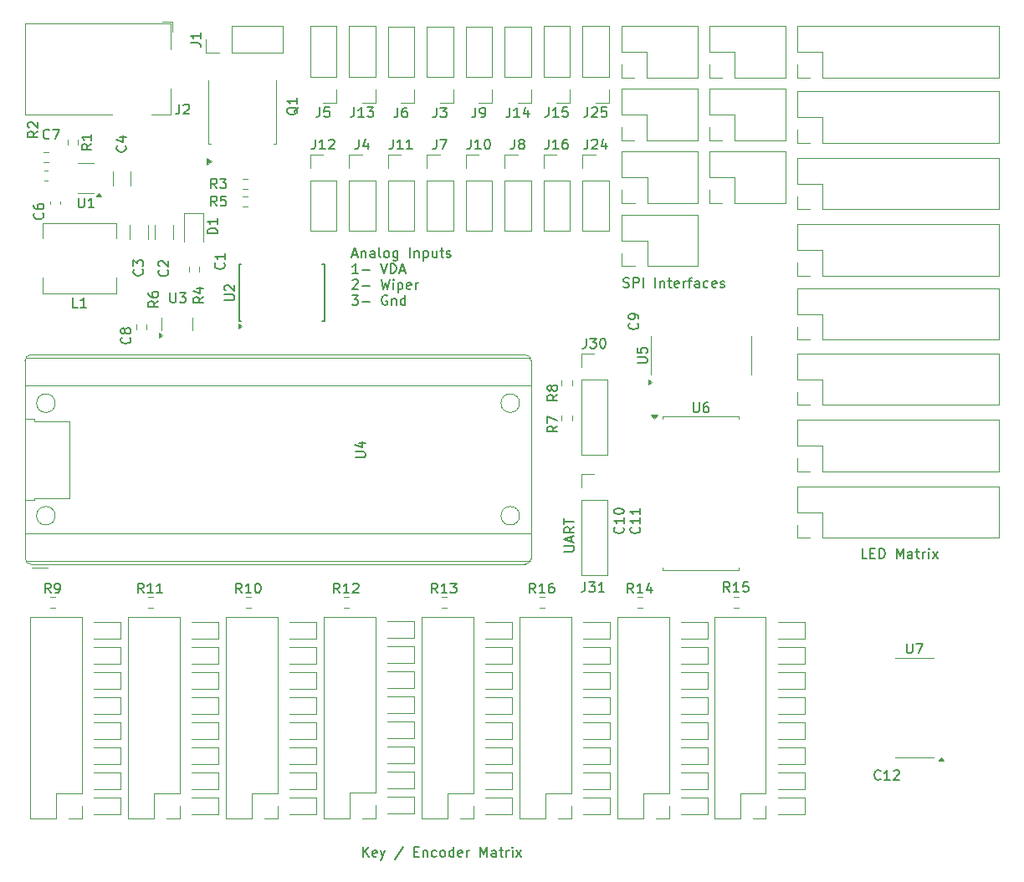
<source format=gbr>
%TF.GenerationSoftware,KiCad,Pcbnew,8.0.8*%
%TF.CreationDate,2025-03-09T11:30:45-03:00*%
%TF.ProjectId,pi_controller,70695f63-6f6e-4747-926f-6c6c65722e6b,1.0*%
%TF.SameCoordinates,Original*%
%TF.FileFunction,Legend,Top*%
%TF.FilePolarity,Positive*%
%FSLAX46Y46*%
G04 Gerber Fmt 4.6, Leading zero omitted, Abs format (unit mm)*
G04 Created by KiCad (PCBNEW 8.0.8) date 2025-03-09 11:30:45*
%MOMM*%
%LPD*%
G01*
G04 APERTURE LIST*
%ADD10C,0.150000*%
%ADD11C,0.120000*%
G04 APERTURE END LIST*
D10*
X174802969Y-115693819D02*
X174326779Y-115693819D01*
X174326779Y-115693819D02*
X174326779Y-114693819D01*
X175136303Y-115170009D02*
X175469636Y-115170009D01*
X175612493Y-115693819D02*
X175136303Y-115693819D01*
X175136303Y-115693819D02*
X175136303Y-114693819D01*
X175136303Y-114693819D02*
X175612493Y-114693819D01*
X176041065Y-115693819D02*
X176041065Y-114693819D01*
X176041065Y-114693819D02*
X176279160Y-114693819D01*
X176279160Y-114693819D02*
X176422017Y-114741438D01*
X176422017Y-114741438D02*
X176517255Y-114836676D01*
X176517255Y-114836676D02*
X176564874Y-114931914D01*
X176564874Y-114931914D02*
X176612493Y-115122390D01*
X176612493Y-115122390D02*
X176612493Y-115265247D01*
X176612493Y-115265247D02*
X176564874Y-115455723D01*
X176564874Y-115455723D02*
X176517255Y-115550961D01*
X176517255Y-115550961D02*
X176422017Y-115646200D01*
X176422017Y-115646200D02*
X176279160Y-115693819D01*
X176279160Y-115693819D02*
X176041065Y-115693819D01*
X177802970Y-115693819D02*
X177802970Y-114693819D01*
X177802970Y-114693819D02*
X178136303Y-115408104D01*
X178136303Y-115408104D02*
X178469636Y-114693819D01*
X178469636Y-114693819D02*
X178469636Y-115693819D01*
X179374398Y-115693819D02*
X179374398Y-115170009D01*
X179374398Y-115170009D02*
X179326779Y-115074771D01*
X179326779Y-115074771D02*
X179231541Y-115027152D01*
X179231541Y-115027152D02*
X179041065Y-115027152D01*
X179041065Y-115027152D02*
X178945827Y-115074771D01*
X179374398Y-115646200D02*
X179279160Y-115693819D01*
X179279160Y-115693819D02*
X179041065Y-115693819D01*
X179041065Y-115693819D02*
X178945827Y-115646200D01*
X178945827Y-115646200D02*
X178898208Y-115550961D01*
X178898208Y-115550961D02*
X178898208Y-115455723D01*
X178898208Y-115455723D02*
X178945827Y-115360485D01*
X178945827Y-115360485D02*
X179041065Y-115312866D01*
X179041065Y-115312866D02*
X179279160Y-115312866D01*
X179279160Y-115312866D02*
X179374398Y-115265247D01*
X179707732Y-115027152D02*
X180088684Y-115027152D01*
X179850589Y-114693819D02*
X179850589Y-115550961D01*
X179850589Y-115550961D02*
X179898208Y-115646200D01*
X179898208Y-115646200D02*
X179993446Y-115693819D01*
X179993446Y-115693819D02*
X180088684Y-115693819D01*
X180422018Y-115693819D02*
X180422018Y-115027152D01*
X180422018Y-115217628D02*
X180469637Y-115122390D01*
X180469637Y-115122390D02*
X180517256Y-115074771D01*
X180517256Y-115074771D02*
X180612494Y-115027152D01*
X180612494Y-115027152D02*
X180707732Y-115027152D01*
X181041066Y-115693819D02*
X181041066Y-115027152D01*
X181041066Y-114693819D02*
X180993447Y-114741438D01*
X180993447Y-114741438D02*
X181041066Y-114789057D01*
X181041066Y-114789057D02*
X181088685Y-114741438D01*
X181088685Y-114741438D02*
X181041066Y-114693819D01*
X181041066Y-114693819D02*
X181041066Y-114789057D01*
X181422018Y-115693819D02*
X181945827Y-115027152D01*
X181422018Y-115027152D02*
X181945827Y-115693819D01*
X123780779Y-145919819D02*
X123780779Y-144919819D01*
X124352207Y-145919819D02*
X123923636Y-145348390D01*
X124352207Y-144919819D02*
X123780779Y-145491247D01*
X125161731Y-145872200D02*
X125066493Y-145919819D01*
X125066493Y-145919819D02*
X124876017Y-145919819D01*
X124876017Y-145919819D02*
X124780779Y-145872200D01*
X124780779Y-145872200D02*
X124733160Y-145776961D01*
X124733160Y-145776961D02*
X124733160Y-145396009D01*
X124733160Y-145396009D02*
X124780779Y-145300771D01*
X124780779Y-145300771D02*
X124876017Y-145253152D01*
X124876017Y-145253152D02*
X125066493Y-145253152D01*
X125066493Y-145253152D02*
X125161731Y-145300771D01*
X125161731Y-145300771D02*
X125209350Y-145396009D01*
X125209350Y-145396009D02*
X125209350Y-145491247D01*
X125209350Y-145491247D02*
X124733160Y-145586485D01*
X125542684Y-145253152D02*
X125780779Y-145919819D01*
X126018874Y-145253152D02*
X125780779Y-145919819D01*
X125780779Y-145919819D02*
X125685541Y-146157914D01*
X125685541Y-146157914D02*
X125637922Y-146205533D01*
X125637922Y-146205533D02*
X125542684Y-146253152D01*
X127876017Y-144872200D02*
X127018875Y-146157914D01*
X128971256Y-145396009D02*
X129304589Y-145396009D01*
X129447446Y-145919819D02*
X128971256Y-145919819D01*
X128971256Y-145919819D02*
X128971256Y-144919819D01*
X128971256Y-144919819D02*
X129447446Y-144919819D01*
X129876018Y-145253152D02*
X129876018Y-145919819D01*
X129876018Y-145348390D02*
X129923637Y-145300771D01*
X129923637Y-145300771D02*
X130018875Y-145253152D01*
X130018875Y-145253152D02*
X130161732Y-145253152D01*
X130161732Y-145253152D02*
X130256970Y-145300771D01*
X130256970Y-145300771D02*
X130304589Y-145396009D01*
X130304589Y-145396009D02*
X130304589Y-145919819D01*
X131209351Y-145872200D02*
X131114113Y-145919819D01*
X131114113Y-145919819D02*
X130923637Y-145919819D01*
X130923637Y-145919819D02*
X130828399Y-145872200D01*
X130828399Y-145872200D02*
X130780780Y-145824580D01*
X130780780Y-145824580D02*
X130733161Y-145729342D01*
X130733161Y-145729342D02*
X130733161Y-145443628D01*
X130733161Y-145443628D02*
X130780780Y-145348390D01*
X130780780Y-145348390D02*
X130828399Y-145300771D01*
X130828399Y-145300771D02*
X130923637Y-145253152D01*
X130923637Y-145253152D02*
X131114113Y-145253152D01*
X131114113Y-145253152D02*
X131209351Y-145300771D01*
X131780780Y-145919819D02*
X131685542Y-145872200D01*
X131685542Y-145872200D02*
X131637923Y-145824580D01*
X131637923Y-145824580D02*
X131590304Y-145729342D01*
X131590304Y-145729342D02*
X131590304Y-145443628D01*
X131590304Y-145443628D02*
X131637923Y-145348390D01*
X131637923Y-145348390D02*
X131685542Y-145300771D01*
X131685542Y-145300771D02*
X131780780Y-145253152D01*
X131780780Y-145253152D02*
X131923637Y-145253152D01*
X131923637Y-145253152D02*
X132018875Y-145300771D01*
X132018875Y-145300771D02*
X132066494Y-145348390D01*
X132066494Y-145348390D02*
X132114113Y-145443628D01*
X132114113Y-145443628D02*
X132114113Y-145729342D01*
X132114113Y-145729342D02*
X132066494Y-145824580D01*
X132066494Y-145824580D02*
X132018875Y-145872200D01*
X132018875Y-145872200D02*
X131923637Y-145919819D01*
X131923637Y-145919819D02*
X131780780Y-145919819D01*
X132971256Y-145919819D02*
X132971256Y-144919819D01*
X132971256Y-145872200D02*
X132876018Y-145919819D01*
X132876018Y-145919819D02*
X132685542Y-145919819D01*
X132685542Y-145919819D02*
X132590304Y-145872200D01*
X132590304Y-145872200D02*
X132542685Y-145824580D01*
X132542685Y-145824580D02*
X132495066Y-145729342D01*
X132495066Y-145729342D02*
X132495066Y-145443628D01*
X132495066Y-145443628D02*
X132542685Y-145348390D01*
X132542685Y-145348390D02*
X132590304Y-145300771D01*
X132590304Y-145300771D02*
X132685542Y-145253152D01*
X132685542Y-145253152D02*
X132876018Y-145253152D01*
X132876018Y-145253152D02*
X132971256Y-145300771D01*
X133828399Y-145872200D02*
X133733161Y-145919819D01*
X133733161Y-145919819D02*
X133542685Y-145919819D01*
X133542685Y-145919819D02*
X133447447Y-145872200D01*
X133447447Y-145872200D02*
X133399828Y-145776961D01*
X133399828Y-145776961D02*
X133399828Y-145396009D01*
X133399828Y-145396009D02*
X133447447Y-145300771D01*
X133447447Y-145300771D02*
X133542685Y-145253152D01*
X133542685Y-145253152D02*
X133733161Y-145253152D01*
X133733161Y-145253152D02*
X133828399Y-145300771D01*
X133828399Y-145300771D02*
X133876018Y-145396009D01*
X133876018Y-145396009D02*
X133876018Y-145491247D01*
X133876018Y-145491247D02*
X133399828Y-145586485D01*
X134304590Y-145919819D02*
X134304590Y-145253152D01*
X134304590Y-145443628D02*
X134352209Y-145348390D01*
X134352209Y-145348390D02*
X134399828Y-145300771D01*
X134399828Y-145300771D02*
X134495066Y-145253152D01*
X134495066Y-145253152D02*
X134590304Y-145253152D01*
X135685543Y-145919819D02*
X135685543Y-144919819D01*
X135685543Y-144919819D02*
X136018876Y-145634104D01*
X136018876Y-145634104D02*
X136352209Y-144919819D01*
X136352209Y-144919819D02*
X136352209Y-145919819D01*
X137256971Y-145919819D02*
X137256971Y-145396009D01*
X137256971Y-145396009D02*
X137209352Y-145300771D01*
X137209352Y-145300771D02*
X137114114Y-145253152D01*
X137114114Y-145253152D02*
X136923638Y-145253152D01*
X136923638Y-145253152D02*
X136828400Y-145300771D01*
X137256971Y-145872200D02*
X137161733Y-145919819D01*
X137161733Y-145919819D02*
X136923638Y-145919819D01*
X136923638Y-145919819D02*
X136828400Y-145872200D01*
X136828400Y-145872200D02*
X136780781Y-145776961D01*
X136780781Y-145776961D02*
X136780781Y-145681723D01*
X136780781Y-145681723D02*
X136828400Y-145586485D01*
X136828400Y-145586485D02*
X136923638Y-145538866D01*
X136923638Y-145538866D02*
X137161733Y-145538866D01*
X137161733Y-145538866D02*
X137256971Y-145491247D01*
X137590305Y-145253152D02*
X137971257Y-145253152D01*
X137733162Y-144919819D02*
X137733162Y-145776961D01*
X137733162Y-145776961D02*
X137780781Y-145872200D01*
X137780781Y-145872200D02*
X137876019Y-145919819D01*
X137876019Y-145919819D02*
X137971257Y-145919819D01*
X138304591Y-145919819D02*
X138304591Y-145253152D01*
X138304591Y-145443628D02*
X138352210Y-145348390D01*
X138352210Y-145348390D02*
X138399829Y-145300771D01*
X138399829Y-145300771D02*
X138495067Y-145253152D01*
X138495067Y-145253152D02*
X138590305Y-145253152D01*
X138923639Y-145919819D02*
X138923639Y-145253152D01*
X138923639Y-144919819D02*
X138876020Y-144967438D01*
X138876020Y-144967438D02*
X138923639Y-145015057D01*
X138923639Y-145015057D02*
X138971258Y-144967438D01*
X138971258Y-144967438D02*
X138923639Y-144919819D01*
X138923639Y-144919819D02*
X138923639Y-145015057D01*
X139304591Y-145919819D02*
X139828400Y-145253152D01*
X139304591Y-145253152D02*
X139828400Y-145919819D01*
X144157819Y-114979220D02*
X144967342Y-114979220D01*
X144967342Y-114979220D02*
X145062580Y-114931601D01*
X145062580Y-114931601D02*
X145110200Y-114883982D01*
X145110200Y-114883982D02*
X145157819Y-114788744D01*
X145157819Y-114788744D02*
X145157819Y-114598268D01*
X145157819Y-114598268D02*
X145110200Y-114503030D01*
X145110200Y-114503030D02*
X145062580Y-114455411D01*
X145062580Y-114455411D02*
X144967342Y-114407792D01*
X144967342Y-114407792D02*
X144157819Y-114407792D01*
X144872104Y-113979220D02*
X144872104Y-113503030D01*
X145157819Y-114074458D02*
X144157819Y-113741125D01*
X144157819Y-113741125D02*
X145157819Y-113407792D01*
X145157819Y-112503030D02*
X144681628Y-112836363D01*
X145157819Y-113074458D02*
X144157819Y-113074458D01*
X144157819Y-113074458D02*
X144157819Y-112693506D01*
X144157819Y-112693506D02*
X144205438Y-112598268D01*
X144205438Y-112598268D02*
X144253057Y-112550649D01*
X144253057Y-112550649D02*
X144348295Y-112503030D01*
X144348295Y-112503030D02*
X144491152Y-112503030D01*
X144491152Y-112503030D02*
X144586390Y-112550649D01*
X144586390Y-112550649D02*
X144634009Y-112598268D01*
X144634009Y-112598268D02*
X144681628Y-112693506D01*
X144681628Y-112693506D02*
X144681628Y-113074458D01*
X144157819Y-112217315D02*
X144157819Y-111645887D01*
X145157819Y-111931601D02*
X144157819Y-111931601D01*
X150149160Y-88214200D02*
X150292017Y-88261819D01*
X150292017Y-88261819D02*
X150530112Y-88261819D01*
X150530112Y-88261819D02*
X150625350Y-88214200D01*
X150625350Y-88214200D02*
X150672969Y-88166580D01*
X150672969Y-88166580D02*
X150720588Y-88071342D01*
X150720588Y-88071342D02*
X150720588Y-87976104D01*
X150720588Y-87976104D02*
X150672969Y-87880866D01*
X150672969Y-87880866D02*
X150625350Y-87833247D01*
X150625350Y-87833247D02*
X150530112Y-87785628D01*
X150530112Y-87785628D02*
X150339636Y-87738009D01*
X150339636Y-87738009D02*
X150244398Y-87690390D01*
X150244398Y-87690390D02*
X150196779Y-87642771D01*
X150196779Y-87642771D02*
X150149160Y-87547533D01*
X150149160Y-87547533D02*
X150149160Y-87452295D01*
X150149160Y-87452295D02*
X150196779Y-87357057D01*
X150196779Y-87357057D02*
X150244398Y-87309438D01*
X150244398Y-87309438D02*
X150339636Y-87261819D01*
X150339636Y-87261819D02*
X150577731Y-87261819D01*
X150577731Y-87261819D02*
X150720588Y-87309438D01*
X151149160Y-88261819D02*
X151149160Y-87261819D01*
X151149160Y-87261819D02*
X151530112Y-87261819D01*
X151530112Y-87261819D02*
X151625350Y-87309438D01*
X151625350Y-87309438D02*
X151672969Y-87357057D01*
X151672969Y-87357057D02*
X151720588Y-87452295D01*
X151720588Y-87452295D02*
X151720588Y-87595152D01*
X151720588Y-87595152D02*
X151672969Y-87690390D01*
X151672969Y-87690390D02*
X151625350Y-87738009D01*
X151625350Y-87738009D02*
X151530112Y-87785628D01*
X151530112Y-87785628D02*
X151149160Y-87785628D01*
X152149160Y-88261819D02*
X152149160Y-87261819D01*
X153387255Y-88261819D02*
X153387255Y-87261819D01*
X153863445Y-87595152D02*
X153863445Y-88261819D01*
X153863445Y-87690390D02*
X153911064Y-87642771D01*
X153911064Y-87642771D02*
X154006302Y-87595152D01*
X154006302Y-87595152D02*
X154149159Y-87595152D01*
X154149159Y-87595152D02*
X154244397Y-87642771D01*
X154244397Y-87642771D02*
X154292016Y-87738009D01*
X154292016Y-87738009D02*
X154292016Y-88261819D01*
X154625350Y-87595152D02*
X155006302Y-87595152D01*
X154768207Y-87261819D02*
X154768207Y-88118961D01*
X154768207Y-88118961D02*
X154815826Y-88214200D01*
X154815826Y-88214200D02*
X154911064Y-88261819D01*
X154911064Y-88261819D02*
X155006302Y-88261819D01*
X155720588Y-88214200D02*
X155625350Y-88261819D01*
X155625350Y-88261819D02*
X155434874Y-88261819D01*
X155434874Y-88261819D02*
X155339636Y-88214200D01*
X155339636Y-88214200D02*
X155292017Y-88118961D01*
X155292017Y-88118961D02*
X155292017Y-87738009D01*
X155292017Y-87738009D02*
X155339636Y-87642771D01*
X155339636Y-87642771D02*
X155434874Y-87595152D01*
X155434874Y-87595152D02*
X155625350Y-87595152D01*
X155625350Y-87595152D02*
X155720588Y-87642771D01*
X155720588Y-87642771D02*
X155768207Y-87738009D01*
X155768207Y-87738009D02*
X155768207Y-87833247D01*
X155768207Y-87833247D02*
X155292017Y-87928485D01*
X156196779Y-88261819D02*
X156196779Y-87595152D01*
X156196779Y-87785628D02*
X156244398Y-87690390D01*
X156244398Y-87690390D02*
X156292017Y-87642771D01*
X156292017Y-87642771D02*
X156387255Y-87595152D01*
X156387255Y-87595152D02*
X156482493Y-87595152D01*
X156672970Y-87595152D02*
X157053922Y-87595152D01*
X156815827Y-88261819D02*
X156815827Y-87404676D01*
X156815827Y-87404676D02*
X156863446Y-87309438D01*
X156863446Y-87309438D02*
X156958684Y-87261819D01*
X156958684Y-87261819D02*
X157053922Y-87261819D01*
X157815827Y-88261819D02*
X157815827Y-87738009D01*
X157815827Y-87738009D02*
X157768208Y-87642771D01*
X157768208Y-87642771D02*
X157672970Y-87595152D01*
X157672970Y-87595152D02*
X157482494Y-87595152D01*
X157482494Y-87595152D02*
X157387256Y-87642771D01*
X157815827Y-88214200D02*
X157720589Y-88261819D01*
X157720589Y-88261819D02*
X157482494Y-88261819D01*
X157482494Y-88261819D02*
X157387256Y-88214200D01*
X157387256Y-88214200D02*
X157339637Y-88118961D01*
X157339637Y-88118961D02*
X157339637Y-88023723D01*
X157339637Y-88023723D02*
X157387256Y-87928485D01*
X157387256Y-87928485D02*
X157482494Y-87880866D01*
X157482494Y-87880866D02*
X157720589Y-87880866D01*
X157720589Y-87880866D02*
X157815827Y-87833247D01*
X158720589Y-88214200D02*
X158625351Y-88261819D01*
X158625351Y-88261819D02*
X158434875Y-88261819D01*
X158434875Y-88261819D02*
X158339637Y-88214200D01*
X158339637Y-88214200D02*
X158292018Y-88166580D01*
X158292018Y-88166580D02*
X158244399Y-88071342D01*
X158244399Y-88071342D02*
X158244399Y-87785628D01*
X158244399Y-87785628D02*
X158292018Y-87690390D01*
X158292018Y-87690390D02*
X158339637Y-87642771D01*
X158339637Y-87642771D02*
X158434875Y-87595152D01*
X158434875Y-87595152D02*
X158625351Y-87595152D01*
X158625351Y-87595152D02*
X158720589Y-87642771D01*
X159530113Y-88214200D02*
X159434875Y-88261819D01*
X159434875Y-88261819D02*
X159244399Y-88261819D01*
X159244399Y-88261819D02*
X159149161Y-88214200D01*
X159149161Y-88214200D02*
X159101542Y-88118961D01*
X159101542Y-88118961D02*
X159101542Y-87738009D01*
X159101542Y-87738009D02*
X159149161Y-87642771D01*
X159149161Y-87642771D02*
X159244399Y-87595152D01*
X159244399Y-87595152D02*
X159434875Y-87595152D01*
X159434875Y-87595152D02*
X159530113Y-87642771D01*
X159530113Y-87642771D02*
X159577732Y-87738009D01*
X159577732Y-87738009D02*
X159577732Y-87833247D01*
X159577732Y-87833247D02*
X159101542Y-87928485D01*
X159958685Y-88214200D02*
X160053923Y-88261819D01*
X160053923Y-88261819D02*
X160244399Y-88261819D01*
X160244399Y-88261819D02*
X160339637Y-88214200D01*
X160339637Y-88214200D02*
X160387256Y-88118961D01*
X160387256Y-88118961D02*
X160387256Y-88071342D01*
X160387256Y-88071342D02*
X160339637Y-87976104D01*
X160339637Y-87976104D02*
X160244399Y-87928485D01*
X160244399Y-87928485D02*
X160101542Y-87928485D01*
X160101542Y-87928485D02*
X160006304Y-87880866D01*
X160006304Y-87880866D02*
X159958685Y-87785628D01*
X159958685Y-87785628D02*
X159958685Y-87738009D01*
X159958685Y-87738009D02*
X160006304Y-87642771D01*
X160006304Y-87642771D02*
X160101542Y-87595152D01*
X160101542Y-87595152D02*
X160244399Y-87595152D01*
X160244399Y-87595152D02*
X160339637Y-87642771D01*
X122717160Y-84924272D02*
X123193350Y-84924272D01*
X122621922Y-85209987D02*
X122955255Y-84209987D01*
X122955255Y-84209987D02*
X123288588Y-85209987D01*
X123621922Y-84543320D02*
X123621922Y-85209987D01*
X123621922Y-84638558D02*
X123669541Y-84590939D01*
X123669541Y-84590939D02*
X123764779Y-84543320D01*
X123764779Y-84543320D02*
X123907636Y-84543320D01*
X123907636Y-84543320D02*
X124002874Y-84590939D01*
X124002874Y-84590939D02*
X124050493Y-84686177D01*
X124050493Y-84686177D02*
X124050493Y-85209987D01*
X124955255Y-85209987D02*
X124955255Y-84686177D01*
X124955255Y-84686177D02*
X124907636Y-84590939D01*
X124907636Y-84590939D02*
X124812398Y-84543320D01*
X124812398Y-84543320D02*
X124621922Y-84543320D01*
X124621922Y-84543320D02*
X124526684Y-84590939D01*
X124955255Y-85162368D02*
X124860017Y-85209987D01*
X124860017Y-85209987D02*
X124621922Y-85209987D01*
X124621922Y-85209987D02*
X124526684Y-85162368D01*
X124526684Y-85162368D02*
X124479065Y-85067129D01*
X124479065Y-85067129D02*
X124479065Y-84971891D01*
X124479065Y-84971891D02*
X124526684Y-84876653D01*
X124526684Y-84876653D02*
X124621922Y-84829034D01*
X124621922Y-84829034D02*
X124860017Y-84829034D01*
X124860017Y-84829034D02*
X124955255Y-84781415D01*
X125574303Y-85209987D02*
X125479065Y-85162368D01*
X125479065Y-85162368D02*
X125431446Y-85067129D01*
X125431446Y-85067129D02*
X125431446Y-84209987D01*
X126098113Y-85209987D02*
X126002875Y-85162368D01*
X126002875Y-85162368D02*
X125955256Y-85114748D01*
X125955256Y-85114748D02*
X125907637Y-85019510D01*
X125907637Y-85019510D02*
X125907637Y-84733796D01*
X125907637Y-84733796D02*
X125955256Y-84638558D01*
X125955256Y-84638558D02*
X126002875Y-84590939D01*
X126002875Y-84590939D02*
X126098113Y-84543320D01*
X126098113Y-84543320D02*
X126240970Y-84543320D01*
X126240970Y-84543320D02*
X126336208Y-84590939D01*
X126336208Y-84590939D02*
X126383827Y-84638558D01*
X126383827Y-84638558D02*
X126431446Y-84733796D01*
X126431446Y-84733796D02*
X126431446Y-85019510D01*
X126431446Y-85019510D02*
X126383827Y-85114748D01*
X126383827Y-85114748D02*
X126336208Y-85162368D01*
X126336208Y-85162368D02*
X126240970Y-85209987D01*
X126240970Y-85209987D02*
X126098113Y-85209987D01*
X127288589Y-84543320D02*
X127288589Y-85352844D01*
X127288589Y-85352844D02*
X127240970Y-85448082D01*
X127240970Y-85448082D02*
X127193351Y-85495701D01*
X127193351Y-85495701D02*
X127098113Y-85543320D01*
X127098113Y-85543320D02*
X126955256Y-85543320D01*
X126955256Y-85543320D02*
X126860018Y-85495701D01*
X127288589Y-85162368D02*
X127193351Y-85209987D01*
X127193351Y-85209987D02*
X127002875Y-85209987D01*
X127002875Y-85209987D02*
X126907637Y-85162368D01*
X126907637Y-85162368D02*
X126860018Y-85114748D01*
X126860018Y-85114748D02*
X126812399Y-85019510D01*
X126812399Y-85019510D02*
X126812399Y-84733796D01*
X126812399Y-84733796D02*
X126860018Y-84638558D01*
X126860018Y-84638558D02*
X126907637Y-84590939D01*
X126907637Y-84590939D02*
X127002875Y-84543320D01*
X127002875Y-84543320D02*
X127193351Y-84543320D01*
X127193351Y-84543320D02*
X127288589Y-84590939D01*
X128526685Y-85209987D02*
X128526685Y-84209987D01*
X129002875Y-84543320D02*
X129002875Y-85209987D01*
X129002875Y-84638558D02*
X129050494Y-84590939D01*
X129050494Y-84590939D02*
X129145732Y-84543320D01*
X129145732Y-84543320D02*
X129288589Y-84543320D01*
X129288589Y-84543320D02*
X129383827Y-84590939D01*
X129383827Y-84590939D02*
X129431446Y-84686177D01*
X129431446Y-84686177D02*
X129431446Y-85209987D01*
X129907637Y-84543320D02*
X129907637Y-85543320D01*
X129907637Y-84590939D02*
X130002875Y-84543320D01*
X130002875Y-84543320D02*
X130193351Y-84543320D01*
X130193351Y-84543320D02*
X130288589Y-84590939D01*
X130288589Y-84590939D02*
X130336208Y-84638558D01*
X130336208Y-84638558D02*
X130383827Y-84733796D01*
X130383827Y-84733796D02*
X130383827Y-85019510D01*
X130383827Y-85019510D02*
X130336208Y-85114748D01*
X130336208Y-85114748D02*
X130288589Y-85162368D01*
X130288589Y-85162368D02*
X130193351Y-85209987D01*
X130193351Y-85209987D02*
X130002875Y-85209987D01*
X130002875Y-85209987D02*
X129907637Y-85162368D01*
X131240970Y-84543320D02*
X131240970Y-85209987D01*
X130812399Y-84543320D02*
X130812399Y-85067129D01*
X130812399Y-85067129D02*
X130860018Y-85162368D01*
X130860018Y-85162368D02*
X130955256Y-85209987D01*
X130955256Y-85209987D02*
X131098113Y-85209987D01*
X131098113Y-85209987D02*
X131193351Y-85162368D01*
X131193351Y-85162368D02*
X131240970Y-85114748D01*
X131574304Y-84543320D02*
X131955256Y-84543320D01*
X131717161Y-84209987D02*
X131717161Y-85067129D01*
X131717161Y-85067129D02*
X131764780Y-85162368D01*
X131764780Y-85162368D02*
X131860018Y-85209987D01*
X131860018Y-85209987D02*
X131955256Y-85209987D01*
X132240971Y-85162368D02*
X132336209Y-85209987D01*
X132336209Y-85209987D02*
X132526685Y-85209987D01*
X132526685Y-85209987D02*
X132621923Y-85162368D01*
X132621923Y-85162368D02*
X132669542Y-85067129D01*
X132669542Y-85067129D02*
X132669542Y-85019510D01*
X132669542Y-85019510D02*
X132621923Y-84924272D01*
X132621923Y-84924272D02*
X132526685Y-84876653D01*
X132526685Y-84876653D02*
X132383828Y-84876653D01*
X132383828Y-84876653D02*
X132288590Y-84829034D01*
X132288590Y-84829034D02*
X132240971Y-84733796D01*
X132240971Y-84733796D02*
X132240971Y-84686177D01*
X132240971Y-84686177D02*
X132288590Y-84590939D01*
X132288590Y-84590939D02*
X132383828Y-84543320D01*
X132383828Y-84543320D02*
X132526685Y-84543320D01*
X132526685Y-84543320D02*
X132621923Y-84590939D01*
X123288588Y-86819931D02*
X122717160Y-86819931D01*
X123002874Y-86819931D02*
X123002874Y-85819931D01*
X123002874Y-85819931D02*
X122907636Y-85962788D01*
X122907636Y-85962788D02*
X122812398Y-86058026D01*
X122812398Y-86058026D02*
X122717160Y-86105645D01*
X123717160Y-86438978D02*
X124479065Y-86438978D01*
X125574303Y-85819931D02*
X125907636Y-86819931D01*
X125907636Y-86819931D02*
X126240969Y-85819931D01*
X126574303Y-86819931D02*
X126574303Y-85819931D01*
X126574303Y-85819931D02*
X126812398Y-85819931D01*
X126812398Y-85819931D02*
X126955255Y-85867550D01*
X126955255Y-85867550D02*
X127050493Y-85962788D01*
X127050493Y-85962788D02*
X127098112Y-86058026D01*
X127098112Y-86058026D02*
X127145731Y-86248502D01*
X127145731Y-86248502D02*
X127145731Y-86391359D01*
X127145731Y-86391359D02*
X127098112Y-86581835D01*
X127098112Y-86581835D02*
X127050493Y-86677073D01*
X127050493Y-86677073D02*
X126955255Y-86772312D01*
X126955255Y-86772312D02*
X126812398Y-86819931D01*
X126812398Y-86819931D02*
X126574303Y-86819931D01*
X127526684Y-86534216D02*
X128002874Y-86534216D01*
X127431446Y-86819931D02*
X127764779Y-85819931D01*
X127764779Y-85819931D02*
X128098112Y-86819931D01*
X122717160Y-87525113D02*
X122764779Y-87477494D01*
X122764779Y-87477494D02*
X122860017Y-87429875D01*
X122860017Y-87429875D02*
X123098112Y-87429875D01*
X123098112Y-87429875D02*
X123193350Y-87477494D01*
X123193350Y-87477494D02*
X123240969Y-87525113D01*
X123240969Y-87525113D02*
X123288588Y-87620351D01*
X123288588Y-87620351D02*
X123288588Y-87715589D01*
X123288588Y-87715589D02*
X123240969Y-87858446D01*
X123240969Y-87858446D02*
X122669541Y-88429875D01*
X122669541Y-88429875D02*
X123288588Y-88429875D01*
X123717160Y-88048922D02*
X124479065Y-88048922D01*
X125621922Y-87429875D02*
X125860017Y-88429875D01*
X125860017Y-88429875D02*
X126050493Y-87715589D01*
X126050493Y-87715589D02*
X126240969Y-88429875D01*
X126240969Y-88429875D02*
X126479065Y-87429875D01*
X126860017Y-88429875D02*
X126860017Y-87763208D01*
X126860017Y-87429875D02*
X126812398Y-87477494D01*
X126812398Y-87477494D02*
X126860017Y-87525113D01*
X126860017Y-87525113D02*
X126907636Y-87477494D01*
X126907636Y-87477494D02*
X126860017Y-87429875D01*
X126860017Y-87429875D02*
X126860017Y-87525113D01*
X127336207Y-87763208D02*
X127336207Y-88763208D01*
X127336207Y-87810827D02*
X127431445Y-87763208D01*
X127431445Y-87763208D02*
X127621921Y-87763208D01*
X127621921Y-87763208D02*
X127717159Y-87810827D01*
X127717159Y-87810827D02*
X127764778Y-87858446D01*
X127764778Y-87858446D02*
X127812397Y-87953684D01*
X127812397Y-87953684D02*
X127812397Y-88239398D01*
X127812397Y-88239398D02*
X127764778Y-88334636D01*
X127764778Y-88334636D02*
X127717159Y-88382256D01*
X127717159Y-88382256D02*
X127621921Y-88429875D01*
X127621921Y-88429875D02*
X127431445Y-88429875D01*
X127431445Y-88429875D02*
X127336207Y-88382256D01*
X128621921Y-88382256D02*
X128526683Y-88429875D01*
X128526683Y-88429875D02*
X128336207Y-88429875D01*
X128336207Y-88429875D02*
X128240969Y-88382256D01*
X128240969Y-88382256D02*
X128193350Y-88287017D01*
X128193350Y-88287017D02*
X128193350Y-87906065D01*
X128193350Y-87906065D02*
X128240969Y-87810827D01*
X128240969Y-87810827D02*
X128336207Y-87763208D01*
X128336207Y-87763208D02*
X128526683Y-87763208D01*
X128526683Y-87763208D02*
X128621921Y-87810827D01*
X128621921Y-87810827D02*
X128669540Y-87906065D01*
X128669540Y-87906065D02*
X128669540Y-88001303D01*
X128669540Y-88001303D02*
X128193350Y-88096541D01*
X129098112Y-88429875D02*
X129098112Y-87763208D01*
X129098112Y-87953684D02*
X129145731Y-87858446D01*
X129145731Y-87858446D02*
X129193350Y-87810827D01*
X129193350Y-87810827D02*
X129288588Y-87763208D01*
X129288588Y-87763208D02*
X129383826Y-87763208D01*
X122669541Y-89039819D02*
X123288588Y-89039819D01*
X123288588Y-89039819D02*
X122955255Y-89420771D01*
X122955255Y-89420771D02*
X123098112Y-89420771D01*
X123098112Y-89420771D02*
X123193350Y-89468390D01*
X123193350Y-89468390D02*
X123240969Y-89516009D01*
X123240969Y-89516009D02*
X123288588Y-89611247D01*
X123288588Y-89611247D02*
X123288588Y-89849342D01*
X123288588Y-89849342D02*
X123240969Y-89944580D01*
X123240969Y-89944580D02*
X123193350Y-89992200D01*
X123193350Y-89992200D02*
X123098112Y-90039819D01*
X123098112Y-90039819D02*
X122812398Y-90039819D01*
X122812398Y-90039819D02*
X122717160Y-89992200D01*
X122717160Y-89992200D02*
X122669541Y-89944580D01*
X123717160Y-89658866D02*
X124479065Y-89658866D01*
X126240969Y-89087438D02*
X126145731Y-89039819D01*
X126145731Y-89039819D02*
X126002874Y-89039819D01*
X126002874Y-89039819D02*
X125860017Y-89087438D01*
X125860017Y-89087438D02*
X125764779Y-89182676D01*
X125764779Y-89182676D02*
X125717160Y-89277914D01*
X125717160Y-89277914D02*
X125669541Y-89468390D01*
X125669541Y-89468390D02*
X125669541Y-89611247D01*
X125669541Y-89611247D02*
X125717160Y-89801723D01*
X125717160Y-89801723D02*
X125764779Y-89896961D01*
X125764779Y-89896961D02*
X125860017Y-89992200D01*
X125860017Y-89992200D02*
X126002874Y-90039819D01*
X126002874Y-90039819D02*
X126098112Y-90039819D01*
X126098112Y-90039819D02*
X126240969Y-89992200D01*
X126240969Y-89992200D02*
X126288588Y-89944580D01*
X126288588Y-89944580D02*
X126288588Y-89611247D01*
X126288588Y-89611247D02*
X126098112Y-89611247D01*
X126717160Y-89373152D02*
X126717160Y-90039819D01*
X126717160Y-89468390D02*
X126764779Y-89420771D01*
X126764779Y-89420771D02*
X126860017Y-89373152D01*
X126860017Y-89373152D02*
X127002874Y-89373152D01*
X127002874Y-89373152D02*
X127098112Y-89420771D01*
X127098112Y-89420771D02*
X127145731Y-89516009D01*
X127145731Y-89516009D02*
X127145731Y-90039819D01*
X128050493Y-90039819D02*
X128050493Y-89039819D01*
X128050493Y-89992200D02*
X127955255Y-90039819D01*
X127955255Y-90039819D02*
X127764779Y-90039819D01*
X127764779Y-90039819D02*
X127669541Y-89992200D01*
X127669541Y-89992200D02*
X127621922Y-89944580D01*
X127621922Y-89944580D02*
X127574303Y-89849342D01*
X127574303Y-89849342D02*
X127574303Y-89563628D01*
X127574303Y-89563628D02*
X127621922Y-89468390D01*
X127621922Y-89468390D02*
X127669541Y-89420771D01*
X127669541Y-89420771D02*
X127764779Y-89373152D01*
X127764779Y-89373152D02*
X127955255Y-89373152D01*
X127955255Y-89373152D02*
X128050493Y-89420771D01*
X105203666Y-69685819D02*
X105203666Y-70400104D01*
X105203666Y-70400104D02*
X105156047Y-70542961D01*
X105156047Y-70542961D02*
X105060809Y-70638200D01*
X105060809Y-70638200D02*
X104917952Y-70685819D01*
X104917952Y-70685819D02*
X104822714Y-70685819D01*
X105632238Y-69781057D02*
X105679857Y-69733438D01*
X105679857Y-69733438D02*
X105775095Y-69685819D01*
X105775095Y-69685819D02*
X106013190Y-69685819D01*
X106013190Y-69685819D02*
X106108428Y-69733438D01*
X106108428Y-69733438D02*
X106156047Y-69781057D01*
X106156047Y-69781057D02*
X106203666Y-69876295D01*
X106203666Y-69876295D02*
X106203666Y-69971533D01*
X106203666Y-69971533D02*
X106156047Y-70114390D01*
X106156047Y-70114390D02*
X105584619Y-70685819D01*
X105584619Y-70685819D02*
X106203666Y-70685819D01*
X123025819Y-105454220D02*
X123835342Y-105454220D01*
X123835342Y-105454220D02*
X123930580Y-105406601D01*
X123930580Y-105406601D02*
X123978200Y-105358982D01*
X123978200Y-105358982D02*
X124025819Y-105263744D01*
X124025819Y-105263744D02*
X124025819Y-105073268D01*
X124025819Y-105073268D02*
X123978200Y-104978030D01*
X123978200Y-104978030D02*
X123930580Y-104930411D01*
X123930580Y-104930411D02*
X123835342Y-104882792D01*
X123835342Y-104882792D02*
X123025819Y-104882792D01*
X123359152Y-103978030D02*
X124025819Y-103978030D01*
X122978200Y-104216125D02*
X123692485Y-104454220D01*
X123692485Y-104454220D02*
X123692485Y-103835173D01*
X94933333Y-90260830D02*
X94457143Y-90260830D01*
X94457143Y-90260830D02*
X94457143Y-89260830D01*
X95790476Y-90260830D02*
X95219048Y-90260830D01*
X95504762Y-90260830D02*
X95504762Y-89260830D01*
X95504762Y-89260830D02*
X95409524Y-89403687D01*
X95409524Y-89403687D02*
X95314286Y-89498925D01*
X95314286Y-89498925D02*
X95219048Y-89546544D01*
X109774819Y-89534904D02*
X110584342Y-89534904D01*
X110584342Y-89534904D02*
X110679580Y-89487285D01*
X110679580Y-89487285D02*
X110727200Y-89439666D01*
X110727200Y-89439666D02*
X110774819Y-89344428D01*
X110774819Y-89344428D02*
X110774819Y-89153952D01*
X110774819Y-89153952D02*
X110727200Y-89058714D01*
X110727200Y-89058714D02*
X110679580Y-89011095D01*
X110679580Y-89011095D02*
X110584342Y-88963476D01*
X110584342Y-88963476D02*
X109774819Y-88963476D01*
X109870057Y-88534904D02*
X109822438Y-88487285D01*
X109822438Y-88487285D02*
X109774819Y-88392047D01*
X109774819Y-88392047D02*
X109774819Y-88153952D01*
X109774819Y-88153952D02*
X109822438Y-88058714D01*
X109822438Y-88058714D02*
X109870057Y-88011095D01*
X109870057Y-88011095D02*
X109965295Y-87963476D01*
X109965295Y-87963476D02*
X110060533Y-87963476D01*
X110060533Y-87963476D02*
X110203390Y-88011095D01*
X110203390Y-88011095D02*
X110774819Y-88582523D01*
X110774819Y-88582523D02*
X110774819Y-87963476D01*
X157226095Y-99897819D02*
X157226095Y-100707342D01*
X157226095Y-100707342D02*
X157273714Y-100802580D01*
X157273714Y-100802580D02*
X157321333Y-100850200D01*
X157321333Y-100850200D02*
X157416571Y-100897819D01*
X157416571Y-100897819D02*
X157607047Y-100897819D01*
X157607047Y-100897819D02*
X157702285Y-100850200D01*
X157702285Y-100850200D02*
X157749904Y-100802580D01*
X157749904Y-100802580D02*
X157797523Y-100707342D01*
X157797523Y-100707342D02*
X157797523Y-99897819D01*
X158702285Y-99897819D02*
X158511809Y-99897819D01*
X158511809Y-99897819D02*
X158416571Y-99945438D01*
X158416571Y-99945438D02*
X158368952Y-99993057D01*
X158368952Y-99993057D02*
X158273714Y-100135914D01*
X158273714Y-100135914D02*
X158226095Y-100326390D01*
X158226095Y-100326390D02*
X158226095Y-100707342D01*
X158226095Y-100707342D02*
X158273714Y-100802580D01*
X158273714Y-100802580D02*
X158321333Y-100850200D01*
X158321333Y-100850200D02*
X158416571Y-100897819D01*
X158416571Y-100897819D02*
X158607047Y-100897819D01*
X158607047Y-100897819D02*
X158702285Y-100850200D01*
X158702285Y-100850200D02*
X158749904Y-100802580D01*
X158749904Y-100802580D02*
X158797523Y-100707342D01*
X158797523Y-100707342D02*
X158797523Y-100469247D01*
X158797523Y-100469247D02*
X158749904Y-100374009D01*
X158749904Y-100374009D02*
X158702285Y-100326390D01*
X158702285Y-100326390D02*
X158607047Y-100278771D01*
X158607047Y-100278771D02*
X158416571Y-100278771D01*
X158416571Y-100278771D02*
X158321333Y-100326390D01*
X158321333Y-100326390D02*
X158273714Y-100374009D01*
X158273714Y-100374009D02*
X158226095Y-100469247D01*
X151542819Y-95884904D02*
X152352342Y-95884904D01*
X152352342Y-95884904D02*
X152447580Y-95837285D01*
X152447580Y-95837285D02*
X152495200Y-95789666D01*
X152495200Y-95789666D02*
X152542819Y-95694428D01*
X152542819Y-95694428D02*
X152542819Y-95503952D01*
X152542819Y-95503952D02*
X152495200Y-95408714D01*
X152495200Y-95408714D02*
X152447580Y-95361095D01*
X152447580Y-95361095D02*
X152352342Y-95313476D01*
X152352342Y-95313476D02*
X151542819Y-95313476D01*
X151542819Y-94361095D02*
X151542819Y-94837285D01*
X151542819Y-94837285D02*
X152019009Y-94884904D01*
X152019009Y-94884904D02*
X151971390Y-94837285D01*
X151971390Y-94837285D02*
X151923771Y-94742047D01*
X151923771Y-94742047D02*
X151923771Y-94503952D01*
X151923771Y-94503952D02*
X151971390Y-94408714D01*
X151971390Y-94408714D02*
X152019009Y-94361095D01*
X152019009Y-94361095D02*
X152114247Y-94313476D01*
X152114247Y-94313476D02*
X152352342Y-94313476D01*
X152352342Y-94313476D02*
X152447580Y-94361095D01*
X152447580Y-94361095D02*
X152495200Y-94408714D01*
X152495200Y-94408714D02*
X152542819Y-94503952D01*
X152542819Y-94503952D02*
X152542819Y-94742047D01*
X152542819Y-94742047D02*
X152495200Y-94837285D01*
X152495200Y-94837285D02*
X152447580Y-94884904D01*
X178816095Y-124295819D02*
X178816095Y-125105342D01*
X178816095Y-125105342D02*
X178863714Y-125200580D01*
X178863714Y-125200580D02*
X178911333Y-125248200D01*
X178911333Y-125248200D02*
X179006571Y-125295819D01*
X179006571Y-125295819D02*
X179197047Y-125295819D01*
X179197047Y-125295819D02*
X179292285Y-125248200D01*
X179292285Y-125248200D02*
X179339904Y-125200580D01*
X179339904Y-125200580D02*
X179387523Y-125105342D01*
X179387523Y-125105342D02*
X179387523Y-124295819D01*
X179768476Y-124295819D02*
X180435142Y-124295819D01*
X180435142Y-124295819D02*
X180006571Y-125295819D01*
X104267095Y-88784319D02*
X104267095Y-89593842D01*
X104267095Y-89593842D02*
X104314714Y-89689080D01*
X104314714Y-89689080D02*
X104362333Y-89736700D01*
X104362333Y-89736700D02*
X104457571Y-89784319D01*
X104457571Y-89784319D02*
X104648047Y-89784319D01*
X104648047Y-89784319D02*
X104743285Y-89736700D01*
X104743285Y-89736700D02*
X104790904Y-89689080D01*
X104790904Y-89689080D02*
X104838523Y-89593842D01*
X104838523Y-89593842D02*
X104838523Y-88784319D01*
X105219476Y-88784319D02*
X105838523Y-88784319D01*
X105838523Y-88784319D02*
X105505190Y-89165271D01*
X105505190Y-89165271D02*
X105648047Y-89165271D01*
X105648047Y-89165271D02*
X105743285Y-89212890D01*
X105743285Y-89212890D02*
X105790904Y-89260509D01*
X105790904Y-89260509D02*
X105838523Y-89355747D01*
X105838523Y-89355747D02*
X105838523Y-89593842D01*
X105838523Y-89593842D02*
X105790904Y-89689080D01*
X105790904Y-89689080D02*
X105743285Y-89736700D01*
X105743285Y-89736700D02*
X105648047Y-89784319D01*
X105648047Y-89784319D02*
X105362333Y-89784319D01*
X105362333Y-89784319D02*
X105267095Y-89736700D01*
X105267095Y-89736700D02*
X105219476Y-89689080D01*
X94993858Y-79158686D02*
X94993858Y-79968209D01*
X94993858Y-79968209D02*
X95041477Y-80063447D01*
X95041477Y-80063447D02*
X95089096Y-80111067D01*
X95089096Y-80111067D02*
X95184334Y-80158686D01*
X95184334Y-80158686D02*
X95374810Y-80158686D01*
X95374810Y-80158686D02*
X95470048Y-80111067D01*
X95470048Y-80111067D02*
X95517667Y-80063447D01*
X95517667Y-80063447D02*
X95565286Y-79968209D01*
X95565286Y-79968209D02*
X95565286Y-79158686D01*
X96565286Y-80158686D02*
X95993858Y-80158686D01*
X96279572Y-80158686D02*
X96279572Y-79158686D01*
X96279572Y-79158686D02*
X96184334Y-79301543D01*
X96184334Y-79301543D02*
X96089096Y-79396781D01*
X96089096Y-79396781D02*
X95993858Y-79444400D01*
X160901142Y-119072819D02*
X160567809Y-118596628D01*
X160329714Y-119072819D02*
X160329714Y-118072819D01*
X160329714Y-118072819D02*
X160710666Y-118072819D01*
X160710666Y-118072819D02*
X160805904Y-118120438D01*
X160805904Y-118120438D02*
X160853523Y-118168057D01*
X160853523Y-118168057D02*
X160901142Y-118263295D01*
X160901142Y-118263295D02*
X160901142Y-118406152D01*
X160901142Y-118406152D02*
X160853523Y-118501390D01*
X160853523Y-118501390D02*
X160805904Y-118549009D01*
X160805904Y-118549009D02*
X160710666Y-118596628D01*
X160710666Y-118596628D02*
X160329714Y-118596628D01*
X161853523Y-119072819D02*
X161282095Y-119072819D01*
X161567809Y-119072819D02*
X161567809Y-118072819D01*
X161567809Y-118072819D02*
X161472571Y-118215676D01*
X161472571Y-118215676D02*
X161377333Y-118310914D01*
X161377333Y-118310914D02*
X161282095Y-118358533D01*
X162758285Y-118072819D02*
X162282095Y-118072819D01*
X162282095Y-118072819D02*
X162234476Y-118549009D01*
X162234476Y-118549009D02*
X162282095Y-118501390D01*
X162282095Y-118501390D02*
X162377333Y-118453771D01*
X162377333Y-118453771D02*
X162615428Y-118453771D01*
X162615428Y-118453771D02*
X162710666Y-118501390D01*
X162710666Y-118501390D02*
X162758285Y-118549009D01*
X162758285Y-118549009D02*
X162805904Y-118644247D01*
X162805904Y-118644247D02*
X162805904Y-118882342D01*
X162805904Y-118882342D02*
X162758285Y-118977580D01*
X162758285Y-118977580D02*
X162710666Y-119025200D01*
X162710666Y-119025200D02*
X162615428Y-119072819D01*
X162615428Y-119072819D02*
X162377333Y-119072819D01*
X162377333Y-119072819D02*
X162282095Y-119025200D01*
X162282095Y-119025200D02*
X162234476Y-118977580D01*
X151145642Y-119199819D02*
X150812309Y-118723628D01*
X150574214Y-119199819D02*
X150574214Y-118199819D01*
X150574214Y-118199819D02*
X150955166Y-118199819D01*
X150955166Y-118199819D02*
X151050404Y-118247438D01*
X151050404Y-118247438D02*
X151098023Y-118295057D01*
X151098023Y-118295057D02*
X151145642Y-118390295D01*
X151145642Y-118390295D02*
X151145642Y-118533152D01*
X151145642Y-118533152D02*
X151098023Y-118628390D01*
X151098023Y-118628390D02*
X151050404Y-118676009D01*
X151050404Y-118676009D02*
X150955166Y-118723628D01*
X150955166Y-118723628D02*
X150574214Y-118723628D01*
X152098023Y-119199819D02*
X151526595Y-119199819D01*
X151812309Y-119199819D02*
X151812309Y-118199819D01*
X151812309Y-118199819D02*
X151717071Y-118342676D01*
X151717071Y-118342676D02*
X151621833Y-118437914D01*
X151621833Y-118437914D02*
X151526595Y-118485533D01*
X152955166Y-118533152D02*
X152955166Y-119199819D01*
X152717071Y-118152200D02*
X152478976Y-118866485D01*
X152478976Y-118866485D02*
X153098023Y-118866485D01*
X141239642Y-119199819D02*
X140906309Y-118723628D01*
X140668214Y-119199819D02*
X140668214Y-118199819D01*
X140668214Y-118199819D02*
X141049166Y-118199819D01*
X141049166Y-118199819D02*
X141144404Y-118247438D01*
X141144404Y-118247438D02*
X141192023Y-118295057D01*
X141192023Y-118295057D02*
X141239642Y-118390295D01*
X141239642Y-118390295D02*
X141239642Y-118533152D01*
X141239642Y-118533152D02*
X141192023Y-118628390D01*
X141192023Y-118628390D02*
X141144404Y-118676009D01*
X141144404Y-118676009D02*
X141049166Y-118723628D01*
X141049166Y-118723628D02*
X140668214Y-118723628D01*
X142192023Y-119199819D02*
X141620595Y-119199819D01*
X141906309Y-119199819D02*
X141906309Y-118199819D01*
X141906309Y-118199819D02*
X141811071Y-118342676D01*
X141811071Y-118342676D02*
X141715833Y-118437914D01*
X141715833Y-118437914D02*
X141620595Y-118485533D01*
X143049166Y-118199819D02*
X142858690Y-118199819D01*
X142858690Y-118199819D02*
X142763452Y-118247438D01*
X142763452Y-118247438D02*
X142715833Y-118295057D01*
X142715833Y-118295057D02*
X142620595Y-118437914D01*
X142620595Y-118437914D02*
X142572976Y-118628390D01*
X142572976Y-118628390D02*
X142572976Y-119009342D01*
X142572976Y-119009342D02*
X142620595Y-119104580D01*
X142620595Y-119104580D02*
X142668214Y-119152200D01*
X142668214Y-119152200D02*
X142763452Y-119199819D01*
X142763452Y-119199819D02*
X142953928Y-119199819D01*
X142953928Y-119199819D02*
X143049166Y-119152200D01*
X143049166Y-119152200D02*
X143096785Y-119104580D01*
X143096785Y-119104580D02*
X143144404Y-119009342D01*
X143144404Y-119009342D02*
X143144404Y-118771247D01*
X143144404Y-118771247D02*
X143096785Y-118676009D01*
X143096785Y-118676009D02*
X143049166Y-118628390D01*
X143049166Y-118628390D02*
X142953928Y-118580771D01*
X142953928Y-118580771D02*
X142763452Y-118580771D01*
X142763452Y-118580771D02*
X142668214Y-118628390D01*
X142668214Y-118628390D02*
X142620595Y-118676009D01*
X142620595Y-118676009D02*
X142572976Y-118771247D01*
X131333642Y-119199819D02*
X131000309Y-118723628D01*
X130762214Y-119199819D02*
X130762214Y-118199819D01*
X130762214Y-118199819D02*
X131143166Y-118199819D01*
X131143166Y-118199819D02*
X131238404Y-118247438D01*
X131238404Y-118247438D02*
X131286023Y-118295057D01*
X131286023Y-118295057D02*
X131333642Y-118390295D01*
X131333642Y-118390295D02*
X131333642Y-118533152D01*
X131333642Y-118533152D02*
X131286023Y-118628390D01*
X131286023Y-118628390D02*
X131238404Y-118676009D01*
X131238404Y-118676009D02*
X131143166Y-118723628D01*
X131143166Y-118723628D02*
X130762214Y-118723628D01*
X132286023Y-119199819D02*
X131714595Y-119199819D01*
X132000309Y-119199819D02*
X132000309Y-118199819D01*
X132000309Y-118199819D02*
X131905071Y-118342676D01*
X131905071Y-118342676D02*
X131809833Y-118437914D01*
X131809833Y-118437914D02*
X131714595Y-118485533D01*
X132619357Y-118199819D02*
X133238404Y-118199819D01*
X133238404Y-118199819D02*
X132905071Y-118580771D01*
X132905071Y-118580771D02*
X133047928Y-118580771D01*
X133047928Y-118580771D02*
X133143166Y-118628390D01*
X133143166Y-118628390D02*
X133190785Y-118676009D01*
X133190785Y-118676009D02*
X133238404Y-118771247D01*
X133238404Y-118771247D02*
X133238404Y-119009342D01*
X133238404Y-119009342D02*
X133190785Y-119104580D01*
X133190785Y-119104580D02*
X133143166Y-119152200D01*
X133143166Y-119152200D02*
X133047928Y-119199819D01*
X133047928Y-119199819D02*
X132762214Y-119199819D01*
X132762214Y-119199819D02*
X132666976Y-119152200D01*
X132666976Y-119152200D02*
X132619357Y-119104580D01*
X121427642Y-119199819D02*
X121094309Y-118723628D01*
X120856214Y-119199819D02*
X120856214Y-118199819D01*
X120856214Y-118199819D02*
X121237166Y-118199819D01*
X121237166Y-118199819D02*
X121332404Y-118247438D01*
X121332404Y-118247438D02*
X121380023Y-118295057D01*
X121380023Y-118295057D02*
X121427642Y-118390295D01*
X121427642Y-118390295D02*
X121427642Y-118533152D01*
X121427642Y-118533152D02*
X121380023Y-118628390D01*
X121380023Y-118628390D02*
X121332404Y-118676009D01*
X121332404Y-118676009D02*
X121237166Y-118723628D01*
X121237166Y-118723628D02*
X120856214Y-118723628D01*
X122380023Y-119199819D02*
X121808595Y-119199819D01*
X122094309Y-119199819D02*
X122094309Y-118199819D01*
X122094309Y-118199819D02*
X121999071Y-118342676D01*
X121999071Y-118342676D02*
X121903833Y-118437914D01*
X121903833Y-118437914D02*
X121808595Y-118485533D01*
X122760976Y-118295057D02*
X122808595Y-118247438D01*
X122808595Y-118247438D02*
X122903833Y-118199819D01*
X122903833Y-118199819D02*
X123141928Y-118199819D01*
X123141928Y-118199819D02*
X123237166Y-118247438D01*
X123237166Y-118247438D02*
X123284785Y-118295057D01*
X123284785Y-118295057D02*
X123332404Y-118390295D01*
X123332404Y-118390295D02*
X123332404Y-118485533D01*
X123332404Y-118485533D02*
X123284785Y-118628390D01*
X123284785Y-118628390D02*
X122713357Y-119199819D01*
X122713357Y-119199819D02*
X123332404Y-119199819D01*
X101592142Y-119199819D02*
X101258809Y-118723628D01*
X101020714Y-119199819D02*
X101020714Y-118199819D01*
X101020714Y-118199819D02*
X101401666Y-118199819D01*
X101401666Y-118199819D02*
X101496904Y-118247438D01*
X101496904Y-118247438D02*
X101544523Y-118295057D01*
X101544523Y-118295057D02*
X101592142Y-118390295D01*
X101592142Y-118390295D02*
X101592142Y-118533152D01*
X101592142Y-118533152D02*
X101544523Y-118628390D01*
X101544523Y-118628390D02*
X101496904Y-118676009D01*
X101496904Y-118676009D02*
X101401666Y-118723628D01*
X101401666Y-118723628D02*
X101020714Y-118723628D01*
X102544523Y-119199819D02*
X101973095Y-119199819D01*
X102258809Y-119199819D02*
X102258809Y-118199819D01*
X102258809Y-118199819D02*
X102163571Y-118342676D01*
X102163571Y-118342676D02*
X102068333Y-118437914D01*
X102068333Y-118437914D02*
X101973095Y-118485533D01*
X103496904Y-119199819D02*
X102925476Y-119199819D01*
X103211190Y-119199819D02*
X103211190Y-118199819D01*
X103211190Y-118199819D02*
X103115952Y-118342676D01*
X103115952Y-118342676D02*
X103020714Y-118437914D01*
X103020714Y-118437914D02*
X102925476Y-118485533D01*
X92185833Y-119199819D02*
X91852500Y-118723628D01*
X91614405Y-119199819D02*
X91614405Y-118199819D01*
X91614405Y-118199819D02*
X91995357Y-118199819D01*
X91995357Y-118199819D02*
X92090595Y-118247438D01*
X92090595Y-118247438D02*
X92138214Y-118295057D01*
X92138214Y-118295057D02*
X92185833Y-118390295D01*
X92185833Y-118390295D02*
X92185833Y-118533152D01*
X92185833Y-118533152D02*
X92138214Y-118628390D01*
X92138214Y-118628390D02*
X92090595Y-118676009D01*
X92090595Y-118676009D02*
X91995357Y-118723628D01*
X91995357Y-118723628D02*
X91614405Y-118723628D01*
X92662024Y-119199819D02*
X92852500Y-119199819D01*
X92852500Y-119199819D02*
X92947738Y-119152200D01*
X92947738Y-119152200D02*
X92995357Y-119104580D01*
X92995357Y-119104580D02*
X93090595Y-118961723D01*
X93090595Y-118961723D02*
X93138214Y-118771247D01*
X93138214Y-118771247D02*
X93138214Y-118390295D01*
X93138214Y-118390295D02*
X93090595Y-118295057D01*
X93090595Y-118295057D02*
X93042976Y-118247438D01*
X93042976Y-118247438D02*
X92947738Y-118199819D01*
X92947738Y-118199819D02*
X92757262Y-118199819D01*
X92757262Y-118199819D02*
X92662024Y-118247438D01*
X92662024Y-118247438D02*
X92614405Y-118295057D01*
X92614405Y-118295057D02*
X92566786Y-118390295D01*
X92566786Y-118390295D02*
X92566786Y-118628390D01*
X92566786Y-118628390D02*
X92614405Y-118723628D01*
X92614405Y-118723628D02*
X92662024Y-118771247D01*
X92662024Y-118771247D02*
X92757262Y-118818866D01*
X92757262Y-118818866D02*
X92947738Y-118818866D01*
X92947738Y-118818866D02*
X93042976Y-118771247D01*
X93042976Y-118771247D02*
X93090595Y-118723628D01*
X93090595Y-118723628D02*
X93138214Y-118628390D01*
X103070819Y-89623166D02*
X102594628Y-89956499D01*
X103070819Y-90194594D02*
X102070819Y-90194594D01*
X102070819Y-90194594D02*
X102070819Y-89813642D01*
X102070819Y-89813642D02*
X102118438Y-89718404D01*
X102118438Y-89718404D02*
X102166057Y-89670785D01*
X102166057Y-89670785D02*
X102261295Y-89623166D01*
X102261295Y-89623166D02*
X102404152Y-89623166D01*
X102404152Y-89623166D02*
X102499390Y-89670785D01*
X102499390Y-89670785D02*
X102547009Y-89718404D01*
X102547009Y-89718404D02*
X102594628Y-89813642D01*
X102594628Y-89813642D02*
X102594628Y-90194594D01*
X102070819Y-88766023D02*
X102070819Y-88956499D01*
X102070819Y-88956499D02*
X102118438Y-89051737D01*
X102118438Y-89051737D02*
X102166057Y-89099356D01*
X102166057Y-89099356D02*
X102308914Y-89194594D01*
X102308914Y-89194594D02*
X102499390Y-89242213D01*
X102499390Y-89242213D02*
X102880342Y-89242213D01*
X102880342Y-89242213D02*
X102975580Y-89194594D01*
X102975580Y-89194594D02*
X103023200Y-89146975D01*
X103023200Y-89146975D02*
X103070819Y-89051737D01*
X103070819Y-89051737D02*
X103070819Y-88861261D01*
X103070819Y-88861261D02*
X103023200Y-88766023D01*
X103023200Y-88766023D02*
X102975580Y-88718404D01*
X102975580Y-88718404D02*
X102880342Y-88670785D01*
X102880342Y-88670785D02*
X102642247Y-88670785D01*
X102642247Y-88670785D02*
X102547009Y-88718404D01*
X102547009Y-88718404D02*
X102499390Y-88766023D01*
X102499390Y-88766023D02*
X102451771Y-88861261D01*
X102451771Y-88861261D02*
X102451771Y-89051737D01*
X102451771Y-89051737D02*
X102499390Y-89146975D01*
X102499390Y-89146975D02*
X102547009Y-89194594D01*
X102547009Y-89194594D02*
X102642247Y-89242213D01*
X108997833Y-79991819D02*
X108664500Y-79515628D01*
X108426405Y-79991819D02*
X108426405Y-78991819D01*
X108426405Y-78991819D02*
X108807357Y-78991819D01*
X108807357Y-78991819D02*
X108902595Y-79039438D01*
X108902595Y-79039438D02*
X108950214Y-79087057D01*
X108950214Y-79087057D02*
X108997833Y-79182295D01*
X108997833Y-79182295D02*
X108997833Y-79325152D01*
X108997833Y-79325152D02*
X108950214Y-79420390D01*
X108950214Y-79420390D02*
X108902595Y-79468009D01*
X108902595Y-79468009D02*
X108807357Y-79515628D01*
X108807357Y-79515628D02*
X108426405Y-79515628D01*
X109902595Y-78991819D02*
X109426405Y-78991819D01*
X109426405Y-78991819D02*
X109378786Y-79468009D01*
X109378786Y-79468009D02*
X109426405Y-79420390D01*
X109426405Y-79420390D02*
X109521643Y-79372771D01*
X109521643Y-79372771D02*
X109759738Y-79372771D01*
X109759738Y-79372771D02*
X109854976Y-79420390D01*
X109854976Y-79420390D02*
X109902595Y-79468009D01*
X109902595Y-79468009D02*
X109950214Y-79563247D01*
X109950214Y-79563247D02*
X109950214Y-79801342D01*
X109950214Y-79801342D02*
X109902595Y-79896580D01*
X109902595Y-79896580D02*
X109854976Y-79944200D01*
X109854976Y-79944200D02*
X109759738Y-79991819D01*
X109759738Y-79991819D02*
X109521643Y-79991819D01*
X109521643Y-79991819D02*
X109426405Y-79944200D01*
X109426405Y-79944200D02*
X109378786Y-79896580D01*
X107642819Y-89193666D02*
X107166628Y-89526999D01*
X107642819Y-89765094D02*
X106642819Y-89765094D01*
X106642819Y-89765094D02*
X106642819Y-89384142D01*
X106642819Y-89384142D02*
X106690438Y-89288904D01*
X106690438Y-89288904D02*
X106738057Y-89241285D01*
X106738057Y-89241285D02*
X106833295Y-89193666D01*
X106833295Y-89193666D02*
X106976152Y-89193666D01*
X106976152Y-89193666D02*
X107071390Y-89241285D01*
X107071390Y-89241285D02*
X107119009Y-89288904D01*
X107119009Y-89288904D02*
X107166628Y-89384142D01*
X107166628Y-89384142D02*
X107166628Y-89765094D01*
X106976152Y-88336523D02*
X107642819Y-88336523D01*
X106595200Y-88574618D02*
X107309485Y-88812713D01*
X107309485Y-88812713D02*
X107309485Y-88193666D01*
X108997833Y-78213819D02*
X108664500Y-77737628D01*
X108426405Y-78213819D02*
X108426405Y-77213819D01*
X108426405Y-77213819D02*
X108807357Y-77213819D01*
X108807357Y-77213819D02*
X108902595Y-77261438D01*
X108902595Y-77261438D02*
X108950214Y-77309057D01*
X108950214Y-77309057D02*
X108997833Y-77404295D01*
X108997833Y-77404295D02*
X108997833Y-77547152D01*
X108997833Y-77547152D02*
X108950214Y-77642390D01*
X108950214Y-77642390D02*
X108902595Y-77690009D01*
X108902595Y-77690009D02*
X108807357Y-77737628D01*
X108807357Y-77737628D02*
X108426405Y-77737628D01*
X109331167Y-77213819D02*
X109950214Y-77213819D01*
X109950214Y-77213819D02*
X109616881Y-77594771D01*
X109616881Y-77594771D02*
X109759738Y-77594771D01*
X109759738Y-77594771D02*
X109854976Y-77642390D01*
X109854976Y-77642390D02*
X109902595Y-77690009D01*
X109902595Y-77690009D02*
X109950214Y-77785247D01*
X109950214Y-77785247D02*
X109950214Y-78023342D01*
X109950214Y-78023342D02*
X109902595Y-78118580D01*
X109902595Y-78118580D02*
X109854976Y-78166200D01*
X109854976Y-78166200D02*
X109759738Y-78213819D01*
X109759738Y-78213819D02*
X109474024Y-78213819D01*
X109474024Y-78213819D02*
X109378786Y-78166200D01*
X109378786Y-78166200D02*
X109331167Y-78118580D01*
X90878819Y-72429666D02*
X90402628Y-72762999D01*
X90878819Y-73001094D02*
X89878819Y-73001094D01*
X89878819Y-73001094D02*
X89878819Y-72620142D01*
X89878819Y-72620142D02*
X89926438Y-72524904D01*
X89926438Y-72524904D02*
X89974057Y-72477285D01*
X89974057Y-72477285D02*
X90069295Y-72429666D01*
X90069295Y-72429666D02*
X90212152Y-72429666D01*
X90212152Y-72429666D02*
X90307390Y-72477285D01*
X90307390Y-72477285D02*
X90355009Y-72524904D01*
X90355009Y-72524904D02*
X90402628Y-72620142D01*
X90402628Y-72620142D02*
X90402628Y-73001094D01*
X89974057Y-72048713D02*
X89926438Y-72001094D01*
X89926438Y-72001094D02*
X89878819Y-71905856D01*
X89878819Y-71905856D02*
X89878819Y-71667761D01*
X89878819Y-71667761D02*
X89926438Y-71572523D01*
X89926438Y-71572523D02*
X89974057Y-71524904D01*
X89974057Y-71524904D02*
X90069295Y-71477285D01*
X90069295Y-71477285D02*
X90164533Y-71477285D01*
X90164533Y-71477285D02*
X90307390Y-71524904D01*
X90307390Y-71524904D02*
X90878819Y-72096332D01*
X90878819Y-72096332D02*
X90878819Y-71477285D01*
X96309157Y-73706293D02*
X95832966Y-74039626D01*
X96309157Y-74277721D02*
X95309157Y-74277721D01*
X95309157Y-74277721D02*
X95309157Y-73896769D01*
X95309157Y-73896769D02*
X95356776Y-73801531D01*
X95356776Y-73801531D02*
X95404395Y-73753912D01*
X95404395Y-73753912D02*
X95499633Y-73706293D01*
X95499633Y-73706293D02*
X95642490Y-73706293D01*
X95642490Y-73706293D02*
X95737728Y-73753912D01*
X95737728Y-73753912D02*
X95785347Y-73801531D01*
X95785347Y-73801531D02*
X95832966Y-73896769D01*
X95832966Y-73896769D02*
X95832966Y-74277721D01*
X96309157Y-72753912D02*
X96309157Y-73325340D01*
X96309157Y-73039626D02*
X95309157Y-73039626D01*
X95309157Y-73039626D02*
X95452014Y-73134864D01*
X95452014Y-73134864D02*
X95547252Y-73230102D01*
X95547252Y-73230102D02*
X95594871Y-73325340D01*
X143456819Y-99099666D02*
X142980628Y-99432999D01*
X143456819Y-99671094D02*
X142456819Y-99671094D01*
X142456819Y-99671094D02*
X142456819Y-99290142D01*
X142456819Y-99290142D02*
X142504438Y-99194904D01*
X142504438Y-99194904D02*
X142552057Y-99147285D01*
X142552057Y-99147285D02*
X142647295Y-99099666D01*
X142647295Y-99099666D02*
X142790152Y-99099666D01*
X142790152Y-99099666D02*
X142885390Y-99147285D01*
X142885390Y-99147285D02*
X142933009Y-99194904D01*
X142933009Y-99194904D02*
X142980628Y-99290142D01*
X142980628Y-99290142D02*
X142980628Y-99671094D01*
X142885390Y-98528237D02*
X142837771Y-98623475D01*
X142837771Y-98623475D02*
X142790152Y-98671094D01*
X142790152Y-98671094D02*
X142694914Y-98718713D01*
X142694914Y-98718713D02*
X142647295Y-98718713D01*
X142647295Y-98718713D02*
X142552057Y-98671094D01*
X142552057Y-98671094D02*
X142504438Y-98623475D01*
X142504438Y-98623475D02*
X142456819Y-98528237D01*
X142456819Y-98528237D02*
X142456819Y-98337761D01*
X142456819Y-98337761D02*
X142504438Y-98242523D01*
X142504438Y-98242523D02*
X142552057Y-98194904D01*
X142552057Y-98194904D02*
X142647295Y-98147285D01*
X142647295Y-98147285D02*
X142694914Y-98147285D01*
X142694914Y-98147285D02*
X142790152Y-98194904D01*
X142790152Y-98194904D02*
X142837771Y-98242523D01*
X142837771Y-98242523D02*
X142885390Y-98337761D01*
X142885390Y-98337761D02*
X142885390Y-98528237D01*
X142885390Y-98528237D02*
X142933009Y-98623475D01*
X142933009Y-98623475D02*
X142980628Y-98671094D01*
X142980628Y-98671094D02*
X143075866Y-98718713D01*
X143075866Y-98718713D02*
X143266342Y-98718713D01*
X143266342Y-98718713D02*
X143361580Y-98671094D01*
X143361580Y-98671094D02*
X143409200Y-98623475D01*
X143409200Y-98623475D02*
X143456819Y-98528237D01*
X143456819Y-98528237D02*
X143456819Y-98337761D01*
X143456819Y-98337761D02*
X143409200Y-98242523D01*
X143409200Y-98242523D02*
X143361580Y-98194904D01*
X143361580Y-98194904D02*
X143266342Y-98147285D01*
X143266342Y-98147285D02*
X143075866Y-98147285D01*
X143075866Y-98147285D02*
X142980628Y-98194904D01*
X142980628Y-98194904D02*
X142933009Y-98242523D01*
X142933009Y-98242523D02*
X142885390Y-98337761D01*
X143456819Y-102274666D02*
X142980628Y-102607999D01*
X143456819Y-102846094D02*
X142456819Y-102846094D01*
X142456819Y-102846094D02*
X142456819Y-102465142D01*
X142456819Y-102465142D02*
X142504438Y-102369904D01*
X142504438Y-102369904D02*
X142552057Y-102322285D01*
X142552057Y-102322285D02*
X142647295Y-102274666D01*
X142647295Y-102274666D02*
X142790152Y-102274666D01*
X142790152Y-102274666D02*
X142885390Y-102322285D01*
X142885390Y-102322285D02*
X142933009Y-102369904D01*
X142933009Y-102369904D02*
X142980628Y-102465142D01*
X142980628Y-102465142D02*
X142980628Y-102846094D01*
X142456819Y-101941332D02*
X142456819Y-101274666D01*
X142456819Y-101274666D02*
X143456819Y-101703237D01*
X117209557Y-69980238D02*
X117161938Y-70075476D01*
X117161938Y-70075476D02*
X117066700Y-70170714D01*
X117066700Y-70170714D02*
X116923842Y-70313571D01*
X116923842Y-70313571D02*
X116876223Y-70408809D01*
X116876223Y-70408809D02*
X116876223Y-70504047D01*
X117114319Y-70456428D02*
X117066700Y-70551666D01*
X117066700Y-70551666D02*
X116971461Y-70646904D01*
X116971461Y-70646904D02*
X116780985Y-70694523D01*
X116780985Y-70694523D02*
X116447652Y-70694523D01*
X116447652Y-70694523D02*
X116257176Y-70646904D01*
X116257176Y-70646904D02*
X116161938Y-70551666D01*
X116161938Y-70551666D02*
X116114319Y-70456428D01*
X116114319Y-70456428D02*
X116114319Y-70265952D01*
X116114319Y-70265952D02*
X116161938Y-70170714D01*
X116161938Y-70170714D02*
X116257176Y-70075476D01*
X116257176Y-70075476D02*
X116447652Y-70027857D01*
X116447652Y-70027857D02*
X116780985Y-70027857D01*
X116780985Y-70027857D02*
X116971461Y-70075476D01*
X116971461Y-70075476D02*
X117066700Y-70170714D01*
X117066700Y-70170714D02*
X117114319Y-70265952D01*
X117114319Y-70265952D02*
X117114319Y-70456428D01*
X117114319Y-69075476D02*
X117114319Y-69646904D01*
X117114319Y-69361190D02*
X116114319Y-69361190D01*
X116114319Y-69361190D02*
X116257176Y-69456428D01*
X116257176Y-69456428D02*
X116352414Y-69551666D01*
X116352414Y-69551666D02*
X116400033Y-69646904D01*
X146510476Y-69983819D02*
X146510476Y-70698104D01*
X146510476Y-70698104D02*
X146462857Y-70840961D01*
X146462857Y-70840961D02*
X146367619Y-70936200D01*
X146367619Y-70936200D02*
X146224762Y-70983819D01*
X146224762Y-70983819D02*
X146129524Y-70983819D01*
X146939048Y-70079057D02*
X146986667Y-70031438D01*
X146986667Y-70031438D02*
X147081905Y-69983819D01*
X147081905Y-69983819D02*
X147320000Y-69983819D01*
X147320000Y-69983819D02*
X147415238Y-70031438D01*
X147415238Y-70031438D02*
X147462857Y-70079057D01*
X147462857Y-70079057D02*
X147510476Y-70174295D01*
X147510476Y-70174295D02*
X147510476Y-70269533D01*
X147510476Y-70269533D02*
X147462857Y-70412390D01*
X147462857Y-70412390D02*
X146891429Y-70983819D01*
X146891429Y-70983819D02*
X147510476Y-70983819D01*
X148415238Y-69983819D02*
X147939048Y-69983819D01*
X147939048Y-69983819D02*
X147891429Y-70460009D01*
X147891429Y-70460009D02*
X147939048Y-70412390D01*
X147939048Y-70412390D02*
X148034286Y-70364771D01*
X148034286Y-70364771D02*
X148272381Y-70364771D01*
X148272381Y-70364771D02*
X148367619Y-70412390D01*
X148367619Y-70412390D02*
X148415238Y-70460009D01*
X148415238Y-70460009D02*
X148462857Y-70555247D01*
X148462857Y-70555247D02*
X148462857Y-70793342D01*
X148462857Y-70793342D02*
X148415238Y-70888580D01*
X148415238Y-70888580D02*
X148367619Y-70936200D01*
X148367619Y-70936200D02*
X148272381Y-70983819D01*
X148272381Y-70983819D02*
X148034286Y-70983819D01*
X148034286Y-70983819D02*
X147939048Y-70936200D01*
X147939048Y-70936200D02*
X147891429Y-70888580D01*
X138636476Y-70013819D02*
X138636476Y-70728104D01*
X138636476Y-70728104D02*
X138588857Y-70870961D01*
X138588857Y-70870961D02*
X138493619Y-70966200D01*
X138493619Y-70966200D02*
X138350762Y-71013819D01*
X138350762Y-71013819D02*
X138255524Y-71013819D01*
X139636476Y-71013819D02*
X139065048Y-71013819D01*
X139350762Y-71013819D02*
X139350762Y-70013819D01*
X139350762Y-70013819D02*
X139255524Y-70156676D01*
X139255524Y-70156676D02*
X139160286Y-70251914D01*
X139160286Y-70251914D02*
X139065048Y-70299533D01*
X140493619Y-70347152D02*
X140493619Y-71013819D01*
X140255524Y-69966200D02*
X140017429Y-70680485D01*
X140017429Y-70680485D02*
X140636476Y-70680485D01*
X131238666Y-70013819D02*
X131238666Y-70728104D01*
X131238666Y-70728104D02*
X131191047Y-70870961D01*
X131191047Y-70870961D02*
X131095809Y-70966200D01*
X131095809Y-70966200D02*
X130952952Y-71013819D01*
X130952952Y-71013819D02*
X130857714Y-71013819D01*
X131619619Y-70013819D02*
X132238666Y-70013819D01*
X132238666Y-70013819D02*
X131905333Y-70394771D01*
X131905333Y-70394771D02*
X132048190Y-70394771D01*
X132048190Y-70394771D02*
X132143428Y-70442390D01*
X132143428Y-70442390D02*
X132191047Y-70490009D01*
X132191047Y-70490009D02*
X132238666Y-70585247D01*
X132238666Y-70585247D02*
X132238666Y-70823342D01*
X132238666Y-70823342D02*
X132191047Y-70918580D01*
X132191047Y-70918580D02*
X132143428Y-70966200D01*
X132143428Y-70966200D02*
X132048190Y-71013819D01*
X132048190Y-71013819D02*
X131762476Y-71013819D01*
X131762476Y-71013819D02*
X131667238Y-70966200D01*
X131667238Y-70966200D02*
X131619619Y-70918580D01*
X122888476Y-69983819D02*
X122888476Y-70698104D01*
X122888476Y-70698104D02*
X122840857Y-70840961D01*
X122840857Y-70840961D02*
X122745619Y-70936200D01*
X122745619Y-70936200D02*
X122602762Y-70983819D01*
X122602762Y-70983819D02*
X122507524Y-70983819D01*
X123888476Y-70983819D02*
X123317048Y-70983819D01*
X123602762Y-70983819D02*
X123602762Y-69983819D01*
X123602762Y-69983819D02*
X123507524Y-70126676D01*
X123507524Y-70126676D02*
X123412286Y-70221914D01*
X123412286Y-70221914D02*
X123317048Y-70269533D01*
X124221810Y-69983819D02*
X124840857Y-69983819D01*
X124840857Y-69983819D02*
X124507524Y-70364771D01*
X124507524Y-70364771D02*
X124650381Y-70364771D01*
X124650381Y-70364771D02*
X124745619Y-70412390D01*
X124745619Y-70412390D02*
X124793238Y-70460009D01*
X124793238Y-70460009D02*
X124840857Y-70555247D01*
X124840857Y-70555247D02*
X124840857Y-70793342D01*
X124840857Y-70793342D02*
X124793238Y-70888580D01*
X124793238Y-70888580D02*
X124745619Y-70936200D01*
X124745619Y-70936200D02*
X124650381Y-70983819D01*
X124650381Y-70983819D02*
X124364667Y-70983819D01*
X124364667Y-70983819D02*
X124269429Y-70936200D01*
X124269429Y-70936200D02*
X124221810Y-70888580D01*
X118951476Y-73242819D02*
X118951476Y-73957104D01*
X118951476Y-73957104D02*
X118903857Y-74099961D01*
X118903857Y-74099961D02*
X118808619Y-74195200D01*
X118808619Y-74195200D02*
X118665762Y-74242819D01*
X118665762Y-74242819D02*
X118570524Y-74242819D01*
X119951476Y-74242819D02*
X119380048Y-74242819D01*
X119665762Y-74242819D02*
X119665762Y-73242819D01*
X119665762Y-73242819D02*
X119570524Y-73385676D01*
X119570524Y-73385676D02*
X119475286Y-73480914D01*
X119475286Y-73480914D02*
X119380048Y-73528533D01*
X120332429Y-73338057D02*
X120380048Y-73290438D01*
X120380048Y-73290438D02*
X120475286Y-73242819D01*
X120475286Y-73242819D02*
X120713381Y-73242819D01*
X120713381Y-73242819D02*
X120808619Y-73290438D01*
X120808619Y-73290438D02*
X120856238Y-73338057D01*
X120856238Y-73338057D02*
X120903857Y-73433295D01*
X120903857Y-73433295D02*
X120903857Y-73528533D01*
X120903857Y-73528533D02*
X120856238Y-73671390D01*
X120856238Y-73671390D02*
X120284810Y-74242819D01*
X120284810Y-74242819D02*
X120903857Y-74242819D01*
X126825476Y-73242819D02*
X126825476Y-73957104D01*
X126825476Y-73957104D02*
X126777857Y-74099961D01*
X126777857Y-74099961D02*
X126682619Y-74195200D01*
X126682619Y-74195200D02*
X126539762Y-74242819D01*
X126539762Y-74242819D02*
X126444524Y-74242819D01*
X127825476Y-74242819D02*
X127254048Y-74242819D01*
X127539762Y-74242819D02*
X127539762Y-73242819D01*
X127539762Y-73242819D02*
X127444524Y-73385676D01*
X127444524Y-73385676D02*
X127349286Y-73480914D01*
X127349286Y-73480914D02*
X127254048Y-73528533D01*
X128777857Y-74242819D02*
X128206429Y-74242819D01*
X128492143Y-74242819D02*
X128492143Y-73242819D01*
X128492143Y-73242819D02*
X128396905Y-73385676D01*
X128396905Y-73385676D02*
X128301667Y-73480914D01*
X128301667Y-73480914D02*
X128206429Y-73528533D01*
X134699476Y-73242819D02*
X134699476Y-73957104D01*
X134699476Y-73957104D02*
X134651857Y-74099961D01*
X134651857Y-74099961D02*
X134556619Y-74195200D01*
X134556619Y-74195200D02*
X134413762Y-74242819D01*
X134413762Y-74242819D02*
X134318524Y-74242819D01*
X135699476Y-74242819D02*
X135128048Y-74242819D01*
X135413762Y-74242819D02*
X135413762Y-73242819D01*
X135413762Y-73242819D02*
X135318524Y-73385676D01*
X135318524Y-73385676D02*
X135223286Y-73480914D01*
X135223286Y-73480914D02*
X135128048Y-73528533D01*
X136318524Y-73242819D02*
X136413762Y-73242819D01*
X136413762Y-73242819D02*
X136509000Y-73290438D01*
X136509000Y-73290438D02*
X136556619Y-73338057D01*
X136556619Y-73338057D02*
X136604238Y-73433295D01*
X136604238Y-73433295D02*
X136651857Y-73623771D01*
X136651857Y-73623771D02*
X136651857Y-73861866D01*
X136651857Y-73861866D02*
X136604238Y-74052342D01*
X136604238Y-74052342D02*
X136556619Y-74147580D01*
X136556619Y-74147580D02*
X136509000Y-74195200D01*
X136509000Y-74195200D02*
X136413762Y-74242819D01*
X136413762Y-74242819D02*
X136318524Y-74242819D01*
X136318524Y-74242819D02*
X136223286Y-74195200D01*
X136223286Y-74195200D02*
X136175667Y-74147580D01*
X136175667Y-74147580D02*
X136128048Y-74052342D01*
X136128048Y-74052342D02*
X136080429Y-73861866D01*
X136080429Y-73861866D02*
X136080429Y-73623771D01*
X136080429Y-73623771D02*
X136128048Y-73433295D01*
X136128048Y-73433295D02*
X136175667Y-73338057D01*
X136175667Y-73338057D02*
X136223286Y-73290438D01*
X136223286Y-73290438D02*
X136318524Y-73242819D01*
X142573476Y-73242819D02*
X142573476Y-73957104D01*
X142573476Y-73957104D02*
X142525857Y-74099961D01*
X142525857Y-74099961D02*
X142430619Y-74195200D01*
X142430619Y-74195200D02*
X142287762Y-74242819D01*
X142287762Y-74242819D02*
X142192524Y-74242819D01*
X143573476Y-74242819D02*
X143002048Y-74242819D01*
X143287762Y-74242819D02*
X143287762Y-73242819D01*
X143287762Y-73242819D02*
X143192524Y-73385676D01*
X143192524Y-73385676D02*
X143097286Y-73480914D01*
X143097286Y-73480914D02*
X143002048Y-73528533D01*
X144430619Y-73242819D02*
X144240143Y-73242819D01*
X144240143Y-73242819D02*
X144144905Y-73290438D01*
X144144905Y-73290438D02*
X144097286Y-73338057D01*
X144097286Y-73338057D02*
X144002048Y-73480914D01*
X144002048Y-73480914D02*
X143954429Y-73671390D01*
X143954429Y-73671390D02*
X143954429Y-74052342D01*
X143954429Y-74052342D02*
X144002048Y-74147580D01*
X144002048Y-74147580D02*
X144049667Y-74195200D01*
X144049667Y-74195200D02*
X144144905Y-74242819D01*
X144144905Y-74242819D02*
X144335381Y-74242819D01*
X144335381Y-74242819D02*
X144430619Y-74195200D01*
X144430619Y-74195200D02*
X144478238Y-74147580D01*
X144478238Y-74147580D02*
X144525857Y-74052342D01*
X144525857Y-74052342D02*
X144525857Y-73814247D01*
X144525857Y-73814247D02*
X144478238Y-73719009D01*
X144478238Y-73719009D02*
X144430619Y-73671390D01*
X144430619Y-73671390D02*
X144335381Y-73623771D01*
X144335381Y-73623771D02*
X144144905Y-73623771D01*
X144144905Y-73623771D02*
X144049667Y-73671390D01*
X144049667Y-73671390D02*
X144002048Y-73719009D01*
X144002048Y-73719009D02*
X143954429Y-73814247D01*
X142573476Y-69983819D02*
X142573476Y-70698104D01*
X142573476Y-70698104D02*
X142525857Y-70840961D01*
X142525857Y-70840961D02*
X142430619Y-70936200D01*
X142430619Y-70936200D02*
X142287762Y-70983819D01*
X142287762Y-70983819D02*
X142192524Y-70983819D01*
X143573476Y-70983819D02*
X143002048Y-70983819D01*
X143287762Y-70983819D02*
X143287762Y-69983819D01*
X143287762Y-69983819D02*
X143192524Y-70126676D01*
X143192524Y-70126676D02*
X143097286Y-70221914D01*
X143097286Y-70221914D02*
X143002048Y-70269533D01*
X144478238Y-69983819D02*
X144002048Y-69983819D01*
X144002048Y-69983819D02*
X143954429Y-70460009D01*
X143954429Y-70460009D02*
X144002048Y-70412390D01*
X144002048Y-70412390D02*
X144097286Y-70364771D01*
X144097286Y-70364771D02*
X144335381Y-70364771D01*
X144335381Y-70364771D02*
X144430619Y-70412390D01*
X144430619Y-70412390D02*
X144478238Y-70460009D01*
X144478238Y-70460009D02*
X144525857Y-70555247D01*
X144525857Y-70555247D02*
X144525857Y-70793342D01*
X144525857Y-70793342D02*
X144478238Y-70888580D01*
X144478238Y-70888580D02*
X144430619Y-70936200D01*
X144430619Y-70936200D02*
X144335381Y-70983819D01*
X144335381Y-70983819D02*
X144097286Y-70983819D01*
X144097286Y-70983819D02*
X144002048Y-70936200D01*
X144002048Y-70936200D02*
X143954429Y-70888580D01*
X135175666Y-70013819D02*
X135175666Y-70728104D01*
X135175666Y-70728104D02*
X135128047Y-70870961D01*
X135128047Y-70870961D02*
X135032809Y-70966200D01*
X135032809Y-70966200D02*
X134889952Y-71013819D01*
X134889952Y-71013819D02*
X134794714Y-71013819D01*
X135699476Y-71013819D02*
X135889952Y-71013819D01*
X135889952Y-71013819D02*
X135985190Y-70966200D01*
X135985190Y-70966200D02*
X136032809Y-70918580D01*
X136032809Y-70918580D02*
X136128047Y-70775723D01*
X136128047Y-70775723D02*
X136175666Y-70585247D01*
X136175666Y-70585247D02*
X136175666Y-70204295D01*
X136175666Y-70204295D02*
X136128047Y-70109057D01*
X136128047Y-70109057D02*
X136080428Y-70061438D01*
X136080428Y-70061438D02*
X135985190Y-70013819D01*
X135985190Y-70013819D02*
X135794714Y-70013819D01*
X135794714Y-70013819D02*
X135699476Y-70061438D01*
X135699476Y-70061438D02*
X135651857Y-70109057D01*
X135651857Y-70109057D02*
X135604238Y-70204295D01*
X135604238Y-70204295D02*
X135604238Y-70442390D01*
X135604238Y-70442390D02*
X135651857Y-70537628D01*
X135651857Y-70537628D02*
X135699476Y-70585247D01*
X135699476Y-70585247D02*
X135794714Y-70632866D01*
X135794714Y-70632866D02*
X135985190Y-70632866D01*
X135985190Y-70632866D02*
X136080428Y-70585247D01*
X136080428Y-70585247D02*
X136128047Y-70537628D01*
X136128047Y-70537628D02*
X136175666Y-70442390D01*
X127301666Y-70013819D02*
X127301666Y-70728104D01*
X127301666Y-70728104D02*
X127254047Y-70870961D01*
X127254047Y-70870961D02*
X127158809Y-70966200D01*
X127158809Y-70966200D02*
X127015952Y-71013819D01*
X127015952Y-71013819D02*
X126920714Y-71013819D01*
X128206428Y-70013819D02*
X128015952Y-70013819D01*
X128015952Y-70013819D02*
X127920714Y-70061438D01*
X127920714Y-70061438D02*
X127873095Y-70109057D01*
X127873095Y-70109057D02*
X127777857Y-70251914D01*
X127777857Y-70251914D02*
X127730238Y-70442390D01*
X127730238Y-70442390D02*
X127730238Y-70823342D01*
X127730238Y-70823342D02*
X127777857Y-70918580D01*
X127777857Y-70918580D02*
X127825476Y-70966200D01*
X127825476Y-70966200D02*
X127920714Y-71013819D01*
X127920714Y-71013819D02*
X128111190Y-71013819D01*
X128111190Y-71013819D02*
X128206428Y-70966200D01*
X128206428Y-70966200D02*
X128254047Y-70918580D01*
X128254047Y-70918580D02*
X128301666Y-70823342D01*
X128301666Y-70823342D02*
X128301666Y-70585247D01*
X128301666Y-70585247D02*
X128254047Y-70490009D01*
X128254047Y-70490009D02*
X128206428Y-70442390D01*
X128206428Y-70442390D02*
X128111190Y-70394771D01*
X128111190Y-70394771D02*
X127920714Y-70394771D01*
X127920714Y-70394771D02*
X127825476Y-70442390D01*
X127825476Y-70442390D02*
X127777857Y-70490009D01*
X127777857Y-70490009D02*
X127730238Y-70585247D01*
X119427666Y-69983819D02*
X119427666Y-70698104D01*
X119427666Y-70698104D02*
X119380047Y-70840961D01*
X119380047Y-70840961D02*
X119284809Y-70936200D01*
X119284809Y-70936200D02*
X119141952Y-70983819D01*
X119141952Y-70983819D02*
X119046714Y-70983819D01*
X120380047Y-69983819D02*
X119903857Y-69983819D01*
X119903857Y-69983819D02*
X119856238Y-70460009D01*
X119856238Y-70460009D02*
X119903857Y-70412390D01*
X119903857Y-70412390D02*
X119999095Y-70364771D01*
X119999095Y-70364771D02*
X120237190Y-70364771D01*
X120237190Y-70364771D02*
X120332428Y-70412390D01*
X120332428Y-70412390D02*
X120380047Y-70460009D01*
X120380047Y-70460009D02*
X120427666Y-70555247D01*
X120427666Y-70555247D02*
X120427666Y-70793342D01*
X120427666Y-70793342D02*
X120380047Y-70888580D01*
X120380047Y-70888580D02*
X120332428Y-70936200D01*
X120332428Y-70936200D02*
X120237190Y-70983819D01*
X120237190Y-70983819D02*
X119999095Y-70983819D01*
X119999095Y-70983819D02*
X119903857Y-70936200D01*
X119903857Y-70936200D02*
X119856238Y-70888580D01*
X123364666Y-73242819D02*
X123364666Y-73957104D01*
X123364666Y-73957104D02*
X123317047Y-74099961D01*
X123317047Y-74099961D02*
X123221809Y-74195200D01*
X123221809Y-74195200D02*
X123078952Y-74242819D01*
X123078952Y-74242819D02*
X122983714Y-74242819D01*
X124269428Y-73576152D02*
X124269428Y-74242819D01*
X124031333Y-73195200D02*
X123793238Y-73909485D01*
X123793238Y-73909485D02*
X124412285Y-73909485D01*
X131238666Y-73242819D02*
X131238666Y-73957104D01*
X131238666Y-73957104D02*
X131191047Y-74099961D01*
X131191047Y-74099961D02*
X131095809Y-74195200D01*
X131095809Y-74195200D02*
X130952952Y-74242819D01*
X130952952Y-74242819D02*
X130857714Y-74242819D01*
X131619619Y-73242819D02*
X132286285Y-73242819D01*
X132286285Y-73242819D02*
X131857714Y-74242819D01*
X139112666Y-73242819D02*
X139112666Y-73957104D01*
X139112666Y-73957104D02*
X139065047Y-74099961D01*
X139065047Y-74099961D02*
X138969809Y-74195200D01*
X138969809Y-74195200D02*
X138826952Y-74242819D01*
X138826952Y-74242819D02*
X138731714Y-74242819D01*
X139731714Y-73671390D02*
X139636476Y-73623771D01*
X139636476Y-73623771D02*
X139588857Y-73576152D01*
X139588857Y-73576152D02*
X139541238Y-73480914D01*
X139541238Y-73480914D02*
X139541238Y-73433295D01*
X139541238Y-73433295D02*
X139588857Y-73338057D01*
X139588857Y-73338057D02*
X139636476Y-73290438D01*
X139636476Y-73290438D02*
X139731714Y-73242819D01*
X139731714Y-73242819D02*
X139922190Y-73242819D01*
X139922190Y-73242819D02*
X140017428Y-73290438D01*
X140017428Y-73290438D02*
X140065047Y-73338057D01*
X140065047Y-73338057D02*
X140112666Y-73433295D01*
X140112666Y-73433295D02*
X140112666Y-73480914D01*
X140112666Y-73480914D02*
X140065047Y-73576152D01*
X140065047Y-73576152D02*
X140017428Y-73623771D01*
X140017428Y-73623771D02*
X139922190Y-73671390D01*
X139922190Y-73671390D02*
X139731714Y-73671390D01*
X139731714Y-73671390D02*
X139636476Y-73719009D01*
X139636476Y-73719009D02*
X139588857Y-73766628D01*
X139588857Y-73766628D02*
X139541238Y-73861866D01*
X139541238Y-73861866D02*
X139541238Y-74052342D01*
X139541238Y-74052342D02*
X139588857Y-74147580D01*
X139588857Y-74147580D02*
X139636476Y-74195200D01*
X139636476Y-74195200D02*
X139731714Y-74242819D01*
X139731714Y-74242819D02*
X139922190Y-74242819D01*
X139922190Y-74242819D02*
X140017428Y-74195200D01*
X140017428Y-74195200D02*
X140065047Y-74147580D01*
X140065047Y-74147580D02*
X140112666Y-74052342D01*
X140112666Y-74052342D02*
X140112666Y-73861866D01*
X140112666Y-73861866D02*
X140065047Y-73766628D01*
X140065047Y-73766628D02*
X140017428Y-73719009D01*
X140017428Y-73719009D02*
X139922190Y-73671390D01*
X146510476Y-73242819D02*
X146510476Y-73957104D01*
X146510476Y-73957104D02*
X146462857Y-74099961D01*
X146462857Y-74099961D02*
X146367619Y-74195200D01*
X146367619Y-74195200D02*
X146224762Y-74242819D01*
X146224762Y-74242819D02*
X146129524Y-74242819D01*
X146939048Y-73338057D02*
X146986667Y-73290438D01*
X146986667Y-73290438D02*
X147081905Y-73242819D01*
X147081905Y-73242819D02*
X147320000Y-73242819D01*
X147320000Y-73242819D02*
X147415238Y-73290438D01*
X147415238Y-73290438D02*
X147462857Y-73338057D01*
X147462857Y-73338057D02*
X147510476Y-73433295D01*
X147510476Y-73433295D02*
X147510476Y-73528533D01*
X147510476Y-73528533D02*
X147462857Y-73671390D01*
X147462857Y-73671390D02*
X146891429Y-74242819D01*
X146891429Y-74242819D02*
X147510476Y-74242819D01*
X148367619Y-73576152D02*
X148367619Y-74242819D01*
X148129524Y-73195200D02*
X147891429Y-73909485D01*
X147891429Y-73909485D02*
X148510476Y-73909485D01*
X106359819Y-63452333D02*
X107074104Y-63452333D01*
X107074104Y-63452333D02*
X107216961Y-63499952D01*
X107216961Y-63499952D02*
X107312200Y-63595190D01*
X107312200Y-63595190D02*
X107359819Y-63738047D01*
X107359819Y-63738047D02*
X107359819Y-63833285D01*
X107359819Y-62452333D02*
X107359819Y-63023761D01*
X107359819Y-62738047D02*
X106359819Y-62738047D01*
X106359819Y-62738047D02*
X106502676Y-62833285D01*
X106502676Y-62833285D02*
X106597914Y-62928523D01*
X106597914Y-62928523D02*
X106645533Y-63023761D01*
X146256476Y-118072819D02*
X146256476Y-118787104D01*
X146256476Y-118787104D02*
X146208857Y-118929961D01*
X146208857Y-118929961D02*
X146113619Y-119025200D01*
X146113619Y-119025200D02*
X145970762Y-119072819D01*
X145970762Y-119072819D02*
X145875524Y-119072819D01*
X146637429Y-118072819D02*
X147256476Y-118072819D01*
X147256476Y-118072819D02*
X146923143Y-118453771D01*
X146923143Y-118453771D02*
X147066000Y-118453771D01*
X147066000Y-118453771D02*
X147161238Y-118501390D01*
X147161238Y-118501390D02*
X147208857Y-118549009D01*
X147208857Y-118549009D02*
X147256476Y-118644247D01*
X147256476Y-118644247D02*
X147256476Y-118882342D01*
X147256476Y-118882342D02*
X147208857Y-118977580D01*
X147208857Y-118977580D02*
X147161238Y-119025200D01*
X147161238Y-119025200D02*
X147066000Y-119072819D01*
X147066000Y-119072819D02*
X146780286Y-119072819D01*
X146780286Y-119072819D02*
X146685048Y-119025200D01*
X146685048Y-119025200D02*
X146637429Y-118977580D01*
X148208857Y-119072819D02*
X147637429Y-119072819D01*
X147923143Y-119072819D02*
X147923143Y-118072819D01*
X147923143Y-118072819D02*
X147827905Y-118215676D01*
X147827905Y-118215676D02*
X147732667Y-118310914D01*
X147732667Y-118310914D02*
X147637429Y-118358533D01*
X146383476Y-93400819D02*
X146383476Y-94115104D01*
X146383476Y-94115104D02*
X146335857Y-94257961D01*
X146335857Y-94257961D02*
X146240619Y-94353200D01*
X146240619Y-94353200D02*
X146097762Y-94400819D01*
X146097762Y-94400819D02*
X146002524Y-94400819D01*
X146764429Y-93400819D02*
X147383476Y-93400819D01*
X147383476Y-93400819D02*
X147050143Y-93781771D01*
X147050143Y-93781771D02*
X147193000Y-93781771D01*
X147193000Y-93781771D02*
X147288238Y-93829390D01*
X147288238Y-93829390D02*
X147335857Y-93877009D01*
X147335857Y-93877009D02*
X147383476Y-93972247D01*
X147383476Y-93972247D02*
X147383476Y-94210342D01*
X147383476Y-94210342D02*
X147335857Y-94305580D01*
X147335857Y-94305580D02*
X147288238Y-94353200D01*
X147288238Y-94353200D02*
X147193000Y-94400819D01*
X147193000Y-94400819D02*
X146907286Y-94400819D01*
X146907286Y-94400819D02*
X146812048Y-94353200D01*
X146812048Y-94353200D02*
X146764429Y-94305580D01*
X148002524Y-93400819D02*
X148097762Y-93400819D01*
X148097762Y-93400819D02*
X148193000Y-93448438D01*
X148193000Y-93448438D02*
X148240619Y-93496057D01*
X148240619Y-93496057D02*
X148288238Y-93591295D01*
X148288238Y-93591295D02*
X148335857Y-93781771D01*
X148335857Y-93781771D02*
X148335857Y-94019866D01*
X148335857Y-94019866D02*
X148288238Y-94210342D01*
X148288238Y-94210342D02*
X148240619Y-94305580D01*
X148240619Y-94305580D02*
X148193000Y-94353200D01*
X148193000Y-94353200D02*
X148097762Y-94400819D01*
X148097762Y-94400819D02*
X148002524Y-94400819D01*
X148002524Y-94400819D02*
X147907286Y-94353200D01*
X147907286Y-94353200D02*
X147859667Y-94305580D01*
X147859667Y-94305580D02*
X147812048Y-94210342D01*
X147812048Y-94210342D02*
X147764429Y-94019866D01*
X147764429Y-94019866D02*
X147764429Y-93781771D01*
X147764429Y-93781771D02*
X147812048Y-93591295D01*
X147812048Y-93591295D02*
X147859667Y-93496057D01*
X147859667Y-93496057D02*
X147907286Y-93448438D01*
X147907286Y-93448438D02*
X148002524Y-93400819D01*
X109039819Y-82780094D02*
X108039819Y-82780094D01*
X108039819Y-82780094D02*
X108039819Y-82541999D01*
X108039819Y-82541999D02*
X108087438Y-82399142D01*
X108087438Y-82399142D02*
X108182676Y-82303904D01*
X108182676Y-82303904D02*
X108277914Y-82256285D01*
X108277914Y-82256285D02*
X108468390Y-82208666D01*
X108468390Y-82208666D02*
X108611247Y-82208666D01*
X108611247Y-82208666D02*
X108801723Y-82256285D01*
X108801723Y-82256285D02*
X108896961Y-82303904D01*
X108896961Y-82303904D02*
X108992200Y-82399142D01*
X108992200Y-82399142D02*
X109039819Y-82541999D01*
X109039819Y-82541999D02*
X109039819Y-82780094D01*
X109039819Y-81256285D02*
X109039819Y-81827713D01*
X109039819Y-81541999D02*
X108039819Y-81541999D01*
X108039819Y-81541999D02*
X108182676Y-81637237D01*
X108182676Y-81637237D02*
X108277914Y-81732475D01*
X108277914Y-81732475D02*
X108325533Y-81827713D01*
X109706580Y-85757166D02*
X109754200Y-85804785D01*
X109754200Y-85804785D02*
X109801819Y-85947642D01*
X109801819Y-85947642D02*
X109801819Y-86042880D01*
X109801819Y-86042880D02*
X109754200Y-86185737D01*
X109754200Y-86185737D02*
X109658961Y-86280975D01*
X109658961Y-86280975D02*
X109563723Y-86328594D01*
X109563723Y-86328594D02*
X109373247Y-86376213D01*
X109373247Y-86376213D02*
X109230390Y-86376213D01*
X109230390Y-86376213D02*
X109039914Y-86328594D01*
X109039914Y-86328594D02*
X108944676Y-86280975D01*
X108944676Y-86280975D02*
X108849438Y-86185737D01*
X108849438Y-86185737D02*
X108801819Y-86042880D01*
X108801819Y-86042880D02*
X108801819Y-85947642D01*
X108801819Y-85947642D02*
X108849438Y-85804785D01*
X108849438Y-85804785D02*
X108897057Y-85757166D01*
X109801819Y-84804785D02*
X109801819Y-85376213D01*
X109801819Y-85090499D02*
X108801819Y-85090499D01*
X108801819Y-85090499D02*
X108944676Y-85185737D01*
X108944676Y-85185737D02*
X109039914Y-85280975D01*
X109039914Y-85280975D02*
X109087533Y-85376213D01*
X150092580Y-112529857D02*
X150140200Y-112577476D01*
X150140200Y-112577476D02*
X150187819Y-112720333D01*
X150187819Y-112720333D02*
X150187819Y-112815571D01*
X150187819Y-112815571D02*
X150140200Y-112958428D01*
X150140200Y-112958428D02*
X150044961Y-113053666D01*
X150044961Y-113053666D02*
X149949723Y-113101285D01*
X149949723Y-113101285D02*
X149759247Y-113148904D01*
X149759247Y-113148904D02*
X149616390Y-113148904D01*
X149616390Y-113148904D02*
X149425914Y-113101285D01*
X149425914Y-113101285D02*
X149330676Y-113053666D01*
X149330676Y-113053666D02*
X149235438Y-112958428D01*
X149235438Y-112958428D02*
X149187819Y-112815571D01*
X149187819Y-112815571D02*
X149187819Y-112720333D01*
X149187819Y-112720333D02*
X149235438Y-112577476D01*
X149235438Y-112577476D02*
X149283057Y-112529857D01*
X150187819Y-111577476D02*
X150187819Y-112148904D01*
X150187819Y-111863190D02*
X149187819Y-111863190D01*
X149187819Y-111863190D02*
X149330676Y-111958428D01*
X149330676Y-111958428D02*
X149425914Y-112053666D01*
X149425914Y-112053666D02*
X149473533Y-112148904D01*
X149187819Y-110958428D02*
X149187819Y-110863190D01*
X149187819Y-110863190D02*
X149235438Y-110767952D01*
X149235438Y-110767952D02*
X149283057Y-110720333D01*
X149283057Y-110720333D02*
X149378295Y-110672714D01*
X149378295Y-110672714D02*
X149568771Y-110625095D01*
X149568771Y-110625095D02*
X149806866Y-110625095D01*
X149806866Y-110625095D02*
X149997342Y-110672714D01*
X149997342Y-110672714D02*
X150092580Y-110720333D01*
X150092580Y-110720333D02*
X150140200Y-110767952D01*
X150140200Y-110767952D02*
X150187819Y-110863190D01*
X150187819Y-110863190D02*
X150187819Y-110958428D01*
X150187819Y-110958428D02*
X150140200Y-111053666D01*
X150140200Y-111053666D02*
X150092580Y-111101285D01*
X150092580Y-111101285D02*
X149997342Y-111148904D01*
X149997342Y-111148904D02*
X149806866Y-111196523D01*
X149806866Y-111196523D02*
X149568771Y-111196523D01*
X149568771Y-111196523D02*
X149378295Y-111148904D01*
X149378295Y-111148904D02*
X149283057Y-111101285D01*
X149283057Y-111101285D02*
X149235438Y-111053666D01*
X149235438Y-111053666D02*
X149187819Y-110958428D01*
X151743580Y-112529857D02*
X151791200Y-112577476D01*
X151791200Y-112577476D02*
X151838819Y-112720333D01*
X151838819Y-112720333D02*
X151838819Y-112815571D01*
X151838819Y-112815571D02*
X151791200Y-112958428D01*
X151791200Y-112958428D02*
X151695961Y-113053666D01*
X151695961Y-113053666D02*
X151600723Y-113101285D01*
X151600723Y-113101285D02*
X151410247Y-113148904D01*
X151410247Y-113148904D02*
X151267390Y-113148904D01*
X151267390Y-113148904D02*
X151076914Y-113101285D01*
X151076914Y-113101285D02*
X150981676Y-113053666D01*
X150981676Y-113053666D02*
X150886438Y-112958428D01*
X150886438Y-112958428D02*
X150838819Y-112815571D01*
X150838819Y-112815571D02*
X150838819Y-112720333D01*
X150838819Y-112720333D02*
X150886438Y-112577476D01*
X150886438Y-112577476D02*
X150934057Y-112529857D01*
X151838819Y-111577476D02*
X151838819Y-112148904D01*
X151838819Y-111863190D02*
X150838819Y-111863190D01*
X150838819Y-111863190D02*
X150981676Y-111958428D01*
X150981676Y-111958428D02*
X151076914Y-112053666D01*
X151076914Y-112053666D02*
X151124533Y-112148904D01*
X151838819Y-110625095D02*
X151838819Y-111196523D01*
X151838819Y-110910809D02*
X150838819Y-110910809D01*
X150838819Y-110910809D02*
X150981676Y-111006047D01*
X150981676Y-111006047D02*
X151076914Y-111101285D01*
X151076914Y-111101285D02*
X151124533Y-111196523D01*
X151582580Y-91860666D02*
X151630200Y-91908285D01*
X151630200Y-91908285D02*
X151677819Y-92051142D01*
X151677819Y-92051142D02*
X151677819Y-92146380D01*
X151677819Y-92146380D02*
X151630200Y-92289237D01*
X151630200Y-92289237D02*
X151534961Y-92384475D01*
X151534961Y-92384475D02*
X151439723Y-92432094D01*
X151439723Y-92432094D02*
X151249247Y-92479713D01*
X151249247Y-92479713D02*
X151106390Y-92479713D01*
X151106390Y-92479713D02*
X150915914Y-92432094D01*
X150915914Y-92432094D02*
X150820676Y-92384475D01*
X150820676Y-92384475D02*
X150725438Y-92289237D01*
X150725438Y-92289237D02*
X150677819Y-92146380D01*
X150677819Y-92146380D02*
X150677819Y-92051142D01*
X150677819Y-92051142D02*
X150725438Y-91908285D01*
X150725438Y-91908285D02*
X150773057Y-91860666D01*
X151677819Y-91384475D02*
X151677819Y-91193999D01*
X151677819Y-91193999D02*
X151630200Y-91098761D01*
X151630200Y-91098761D02*
X151582580Y-91051142D01*
X151582580Y-91051142D02*
X151439723Y-90955904D01*
X151439723Y-90955904D02*
X151249247Y-90908285D01*
X151249247Y-90908285D02*
X150868295Y-90908285D01*
X150868295Y-90908285D02*
X150773057Y-90955904D01*
X150773057Y-90955904D02*
X150725438Y-91003523D01*
X150725438Y-91003523D02*
X150677819Y-91098761D01*
X150677819Y-91098761D02*
X150677819Y-91289237D01*
X150677819Y-91289237D02*
X150725438Y-91384475D01*
X150725438Y-91384475D02*
X150773057Y-91432094D01*
X150773057Y-91432094D02*
X150868295Y-91479713D01*
X150868295Y-91479713D02*
X151106390Y-91479713D01*
X151106390Y-91479713D02*
X151201628Y-91432094D01*
X151201628Y-91432094D02*
X151249247Y-91384475D01*
X151249247Y-91384475D02*
X151296866Y-91289237D01*
X151296866Y-91289237D02*
X151296866Y-91098761D01*
X151296866Y-91098761D02*
X151249247Y-91003523D01*
X151249247Y-91003523D02*
X151201628Y-90955904D01*
X151201628Y-90955904D02*
X151106390Y-90908285D01*
X176167642Y-138027580D02*
X176120023Y-138075200D01*
X176120023Y-138075200D02*
X175977166Y-138122819D01*
X175977166Y-138122819D02*
X175881928Y-138122819D01*
X175881928Y-138122819D02*
X175739071Y-138075200D01*
X175739071Y-138075200D02*
X175643833Y-137979961D01*
X175643833Y-137979961D02*
X175596214Y-137884723D01*
X175596214Y-137884723D02*
X175548595Y-137694247D01*
X175548595Y-137694247D02*
X175548595Y-137551390D01*
X175548595Y-137551390D02*
X175596214Y-137360914D01*
X175596214Y-137360914D02*
X175643833Y-137265676D01*
X175643833Y-137265676D02*
X175739071Y-137170438D01*
X175739071Y-137170438D02*
X175881928Y-137122819D01*
X175881928Y-137122819D02*
X175977166Y-137122819D01*
X175977166Y-137122819D02*
X176120023Y-137170438D01*
X176120023Y-137170438D02*
X176167642Y-137218057D01*
X177120023Y-138122819D02*
X176548595Y-138122819D01*
X176834309Y-138122819D02*
X176834309Y-137122819D01*
X176834309Y-137122819D02*
X176739071Y-137265676D01*
X176739071Y-137265676D02*
X176643833Y-137360914D01*
X176643833Y-137360914D02*
X176548595Y-137408533D01*
X177500976Y-137218057D02*
X177548595Y-137170438D01*
X177548595Y-137170438D02*
X177643833Y-137122819D01*
X177643833Y-137122819D02*
X177881928Y-137122819D01*
X177881928Y-137122819D02*
X177977166Y-137170438D01*
X177977166Y-137170438D02*
X178024785Y-137218057D01*
X178024785Y-137218057D02*
X178072404Y-137313295D01*
X178072404Y-137313295D02*
X178072404Y-137408533D01*
X178072404Y-137408533D02*
X178024785Y-137551390D01*
X178024785Y-137551390D02*
X177453357Y-138122819D01*
X177453357Y-138122819D02*
X178072404Y-138122819D01*
X100181580Y-93306166D02*
X100229200Y-93353785D01*
X100229200Y-93353785D02*
X100276819Y-93496642D01*
X100276819Y-93496642D02*
X100276819Y-93591880D01*
X100276819Y-93591880D02*
X100229200Y-93734737D01*
X100229200Y-93734737D02*
X100133961Y-93829975D01*
X100133961Y-93829975D02*
X100038723Y-93877594D01*
X100038723Y-93877594D02*
X99848247Y-93925213D01*
X99848247Y-93925213D02*
X99705390Y-93925213D01*
X99705390Y-93925213D02*
X99514914Y-93877594D01*
X99514914Y-93877594D02*
X99419676Y-93829975D01*
X99419676Y-93829975D02*
X99324438Y-93734737D01*
X99324438Y-93734737D02*
X99276819Y-93591880D01*
X99276819Y-93591880D02*
X99276819Y-93496642D01*
X99276819Y-93496642D02*
X99324438Y-93353785D01*
X99324438Y-93353785D02*
X99372057Y-93306166D01*
X99705390Y-92734737D02*
X99657771Y-92829975D01*
X99657771Y-92829975D02*
X99610152Y-92877594D01*
X99610152Y-92877594D02*
X99514914Y-92925213D01*
X99514914Y-92925213D02*
X99467295Y-92925213D01*
X99467295Y-92925213D02*
X99372057Y-92877594D01*
X99372057Y-92877594D02*
X99324438Y-92829975D01*
X99324438Y-92829975D02*
X99276819Y-92734737D01*
X99276819Y-92734737D02*
X99276819Y-92544261D01*
X99276819Y-92544261D02*
X99324438Y-92449023D01*
X99324438Y-92449023D02*
X99372057Y-92401404D01*
X99372057Y-92401404D02*
X99467295Y-92353785D01*
X99467295Y-92353785D02*
X99514914Y-92353785D01*
X99514914Y-92353785D02*
X99610152Y-92401404D01*
X99610152Y-92401404D02*
X99657771Y-92449023D01*
X99657771Y-92449023D02*
X99705390Y-92544261D01*
X99705390Y-92544261D02*
X99705390Y-92734737D01*
X99705390Y-92734737D02*
X99753009Y-92829975D01*
X99753009Y-92829975D02*
X99800628Y-92877594D01*
X99800628Y-92877594D02*
X99895866Y-92925213D01*
X99895866Y-92925213D02*
X100086342Y-92925213D01*
X100086342Y-92925213D02*
X100181580Y-92877594D01*
X100181580Y-92877594D02*
X100229200Y-92829975D01*
X100229200Y-92829975D02*
X100276819Y-92734737D01*
X100276819Y-92734737D02*
X100276819Y-92544261D01*
X100276819Y-92544261D02*
X100229200Y-92449023D01*
X100229200Y-92449023D02*
X100181580Y-92401404D01*
X100181580Y-92401404D02*
X100086342Y-92353785D01*
X100086342Y-92353785D02*
X99895866Y-92353785D01*
X99895866Y-92353785D02*
X99800628Y-92401404D01*
X99800628Y-92401404D02*
X99753009Y-92449023D01*
X99753009Y-92449023D02*
X99705390Y-92544261D01*
X101451580Y-86416677D02*
X101499200Y-86464296D01*
X101499200Y-86464296D02*
X101546819Y-86607153D01*
X101546819Y-86607153D02*
X101546819Y-86702391D01*
X101546819Y-86702391D02*
X101499200Y-86845248D01*
X101499200Y-86845248D02*
X101403961Y-86940486D01*
X101403961Y-86940486D02*
X101308723Y-86988105D01*
X101308723Y-86988105D02*
X101118247Y-87035724D01*
X101118247Y-87035724D02*
X100975390Y-87035724D01*
X100975390Y-87035724D02*
X100784914Y-86988105D01*
X100784914Y-86988105D02*
X100689676Y-86940486D01*
X100689676Y-86940486D02*
X100594438Y-86845248D01*
X100594438Y-86845248D02*
X100546819Y-86702391D01*
X100546819Y-86702391D02*
X100546819Y-86607153D01*
X100546819Y-86607153D02*
X100594438Y-86464296D01*
X100594438Y-86464296D02*
X100642057Y-86416677D01*
X100546819Y-86083343D02*
X100546819Y-85464296D01*
X100546819Y-85464296D02*
X100927771Y-85797629D01*
X100927771Y-85797629D02*
X100927771Y-85654772D01*
X100927771Y-85654772D02*
X100975390Y-85559534D01*
X100975390Y-85559534D02*
X101023009Y-85511915D01*
X101023009Y-85511915D02*
X101118247Y-85464296D01*
X101118247Y-85464296D02*
X101356342Y-85464296D01*
X101356342Y-85464296D02*
X101451580Y-85511915D01*
X101451580Y-85511915D02*
X101499200Y-85559534D01*
X101499200Y-85559534D02*
X101546819Y-85654772D01*
X101546819Y-85654772D02*
X101546819Y-85940486D01*
X101546819Y-85940486D02*
X101499200Y-86035724D01*
X101499200Y-86035724D02*
X101451580Y-86083343D01*
X103991580Y-86478884D02*
X104039200Y-86526503D01*
X104039200Y-86526503D02*
X104086819Y-86669360D01*
X104086819Y-86669360D02*
X104086819Y-86764598D01*
X104086819Y-86764598D02*
X104039200Y-86907455D01*
X104039200Y-86907455D02*
X103943961Y-87002693D01*
X103943961Y-87002693D02*
X103848723Y-87050312D01*
X103848723Y-87050312D02*
X103658247Y-87097931D01*
X103658247Y-87097931D02*
X103515390Y-87097931D01*
X103515390Y-87097931D02*
X103324914Y-87050312D01*
X103324914Y-87050312D02*
X103229676Y-87002693D01*
X103229676Y-87002693D02*
X103134438Y-86907455D01*
X103134438Y-86907455D02*
X103086819Y-86764598D01*
X103086819Y-86764598D02*
X103086819Y-86669360D01*
X103086819Y-86669360D02*
X103134438Y-86526503D01*
X103134438Y-86526503D02*
X103182057Y-86478884D01*
X103182057Y-86097931D02*
X103134438Y-86050312D01*
X103134438Y-86050312D02*
X103086819Y-85955074D01*
X103086819Y-85955074D02*
X103086819Y-85716979D01*
X103086819Y-85716979D02*
X103134438Y-85621741D01*
X103134438Y-85621741D02*
X103182057Y-85574122D01*
X103182057Y-85574122D02*
X103277295Y-85526503D01*
X103277295Y-85526503D02*
X103372533Y-85526503D01*
X103372533Y-85526503D02*
X103515390Y-85574122D01*
X103515390Y-85574122D02*
X104086819Y-86145550D01*
X104086819Y-86145550D02*
X104086819Y-85526503D01*
X92035333Y-73130580D02*
X91987714Y-73178200D01*
X91987714Y-73178200D02*
X91844857Y-73225819D01*
X91844857Y-73225819D02*
X91749619Y-73225819D01*
X91749619Y-73225819D02*
X91606762Y-73178200D01*
X91606762Y-73178200D02*
X91511524Y-73082961D01*
X91511524Y-73082961D02*
X91463905Y-72987723D01*
X91463905Y-72987723D02*
X91416286Y-72797247D01*
X91416286Y-72797247D02*
X91416286Y-72654390D01*
X91416286Y-72654390D02*
X91463905Y-72463914D01*
X91463905Y-72463914D02*
X91511524Y-72368676D01*
X91511524Y-72368676D02*
X91606762Y-72273438D01*
X91606762Y-72273438D02*
X91749619Y-72225819D01*
X91749619Y-72225819D02*
X91844857Y-72225819D01*
X91844857Y-72225819D02*
X91987714Y-72273438D01*
X91987714Y-72273438D02*
X92035333Y-72321057D01*
X92368667Y-72225819D02*
X93035333Y-72225819D01*
X93035333Y-72225819D02*
X92606762Y-73225819D01*
X91373067Y-80711793D02*
X91420687Y-80759412D01*
X91420687Y-80759412D02*
X91468306Y-80902269D01*
X91468306Y-80902269D02*
X91468306Y-80997507D01*
X91468306Y-80997507D02*
X91420687Y-81140364D01*
X91420687Y-81140364D02*
X91325448Y-81235602D01*
X91325448Y-81235602D02*
X91230210Y-81283221D01*
X91230210Y-81283221D02*
X91039734Y-81330840D01*
X91039734Y-81330840D02*
X90896877Y-81330840D01*
X90896877Y-81330840D02*
X90706401Y-81283221D01*
X90706401Y-81283221D02*
X90611163Y-81235602D01*
X90611163Y-81235602D02*
X90515925Y-81140364D01*
X90515925Y-81140364D02*
X90468306Y-80997507D01*
X90468306Y-80997507D02*
X90468306Y-80902269D01*
X90468306Y-80902269D02*
X90515925Y-80759412D01*
X90515925Y-80759412D02*
X90563544Y-80711793D01*
X90468306Y-79854650D02*
X90468306Y-80045126D01*
X90468306Y-80045126D02*
X90515925Y-80140364D01*
X90515925Y-80140364D02*
X90563544Y-80187983D01*
X90563544Y-80187983D02*
X90706401Y-80283221D01*
X90706401Y-80283221D02*
X90896877Y-80330840D01*
X90896877Y-80330840D02*
X91277829Y-80330840D01*
X91277829Y-80330840D02*
X91373067Y-80283221D01*
X91373067Y-80283221D02*
X91420687Y-80235602D01*
X91420687Y-80235602D02*
X91468306Y-80140364D01*
X91468306Y-80140364D02*
X91468306Y-79949888D01*
X91468306Y-79949888D02*
X91420687Y-79854650D01*
X91420687Y-79854650D02*
X91373067Y-79807031D01*
X91373067Y-79807031D02*
X91277829Y-79759412D01*
X91277829Y-79759412D02*
X91039734Y-79759412D01*
X91039734Y-79759412D02*
X90944496Y-79807031D01*
X90944496Y-79807031D02*
X90896877Y-79854650D01*
X90896877Y-79854650D02*
X90849258Y-79949888D01*
X90849258Y-79949888D02*
X90849258Y-80140364D01*
X90849258Y-80140364D02*
X90896877Y-80235602D01*
X90896877Y-80235602D02*
X90944496Y-80283221D01*
X90944496Y-80283221D02*
X91039734Y-80330840D01*
X99743676Y-73889789D02*
X99791296Y-73937408D01*
X99791296Y-73937408D02*
X99838915Y-74080265D01*
X99838915Y-74080265D02*
X99838915Y-74175503D01*
X99838915Y-74175503D02*
X99791296Y-74318360D01*
X99791296Y-74318360D02*
X99696057Y-74413598D01*
X99696057Y-74413598D02*
X99600819Y-74461217D01*
X99600819Y-74461217D02*
X99410343Y-74508836D01*
X99410343Y-74508836D02*
X99267486Y-74508836D01*
X99267486Y-74508836D02*
X99077010Y-74461217D01*
X99077010Y-74461217D02*
X98981772Y-74413598D01*
X98981772Y-74413598D02*
X98886534Y-74318360D01*
X98886534Y-74318360D02*
X98838915Y-74175503D01*
X98838915Y-74175503D02*
X98838915Y-74080265D01*
X98838915Y-74080265D02*
X98886534Y-73937408D01*
X98886534Y-73937408D02*
X98934153Y-73889789D01*
X99172248Y-73032646D02*
X99838915Y-73032646D01*
X98791296Y-73270741D02*
X99505581Y-73508836D01*
X99505581Y-73508836D02*
X99505581Y-72889789D01*
X111521642Y-119199819D02*
X111188309Y-118723628D01*
X110950214Y-119199819D02*
X110950214Y-118199819D01*
X110950214Y-118199819D02*
X111331166Y-118199819D01*
X111331166Y-118199819D02*
X111426404Y-118247438D01*
X111426404Y-118247438D02*
X111474023Y-118295057D01*
X111474023Y-118295057D02*
X111521642Y-118390295D01*
X111521642Y-118390295D02*
X111521642Y-118533152D01*
X111521642Y-118533152D02*
X111474023Y-118628390D01*
X111474023Y-118628390D02*
X111426404Y-118676009D01*
X111426404Y-118676009D02*
X111331166Y-118723628D01*
X111331166Y-118723628D02*
X110950214Y-118723628D01*
X112474023Y-119199819D02*
X111902595Y-119199819D01*
X112188309Y-119199819D02*
X112188309Y-118199819D01*
X112188309Y-118199819D02*
X112093071Y-118342676D01*
X112093071Y-118342676D02*
X111997833Y-118437914D01*
X111997833Y-118437914D02*
X111902595Y-118485533D01*
X113093071Y-118199819D02*
X113188309Y-118199819D01*
X113188309Y-118199819D02*
X113283547Y-118247438D01*
X113283547Y-118247438D02*
X113331166Y-118295057D01*
X113331166Y-118295057D02*
X113378785Y-118390295D01*
X113378785Y-118390295D02*
X113426404Y-118580771D01*
X113426404Y-118580771D02*
X113426404Y-118818866D01*
X113426404Y-118818866D02*
X113378785Y-119009342D01*
X113378785Y-119009342D02*
X113331166Y-119104580D01*
X113331166Y-119104580D02*
X113283547Y-119152200D01*
X113283547Y-119152200D02*
X113188309Y-119199819D01*
X113188309Y-119199819D02*
X113093071Y-119199819D01*
X113093071Y-119199819D02*
X112997833Y-119152200D01*
X112997833Y-119152200D02*
X112950214Y-119104580D01*
X112950214Y-119104580D02*
X112902595Y-119009342D01*
X112902595Y-119009342D02*
X112854976Y-118818866D01*
X112854976Y-118818866D02*
X112854976Y-118580771D01*
X112854976Y-118580771D02*
X112902595Y-118390295D01*
X112902595Y-118390295D02*
X112950214Y-118295057D01*
X112950214Y-118295057D02*
X112997833Y-118247438D01*
X112997833Y-118247438D02*
X113093071Y-118199819D01*
D11*
%TO.C,J2*%
X89609000Y-61498500D02*
X104309000Y-61498500D01*
X89609000Y-70698500D02*
X89609000Y-61498500D01*
X98409000Y-70698500D02*
X89609000Y-70698500D01*
X103459000Y-61298500D02*
X104509000Y-61298500D01*
X104309000Y-61498500D02*
X104309000Y-64098500D01*
X104309000Y-68098500D02*
X104309000Y-70698500D01*
X104309000Y-70698500D02*
X102409000Y-70698500D01*
X104509000Y-62348500D02*
X104509000Y-61298500D01*
%TO.C,U4*%
X91859000Y-116594000D02*
X90259000Y-116594000D01*
X90189000Y-116274000D02*
X140189000Y-116274000D01*
X89642000Y-115934000D02*
X140736000Y-115934000D01*
X89579000Y-115664000D02*
X89579000Y-113174000D01*
X140799000Y-115664000D02*
X140799000Y-109264000D01*
X89579000Y-113174000D02*
X90492520Y-113174000D01*
X89579000Y-113174000D02*
X89579000Y-109634000D01*
X90492520Y-113174000D02*
X92885480Y-113174000D01*
X92885480Y-113174000D02*
X137492520Y-113174000D01*
X137492520Y-113174000D02*
X139885480Y-113174000D01*
X139885480Y-113174000D02*
X140799000Y-113174000D01*
X89585800Y-109774000D02*
X90505800Y-109774000D01*
X89579000Y-109634000D02*
X89579000Y-101384000D01*
X90505800Y-109774000D02*
X90505800Y-109564000D01*
X90505800Y-109564000D02*
X91901800Y-109564000D01*
X90495000Y-109564000D02*
X92883000Y-109564000D01*
X92883000Y-109564000D02*
X94099000Y-109564000D01*
X94099000Y-106910090D02*
X94099000Y-104417910D01*
X140799000Y-102064000D02*
X140799000Y-109264000D01*
X140799000Y-102064000D02*
X140799000Y-95664000D01*
X90505800Y-101764000D02*
X91901800Y-101764000D01*
X90495000Y-101764000D02*
X92883000Y-101764000D01*
X92883000Y-101764000D02*
X94099000Y-101764000D01*
X94099000Y-101764000D02*
X94099000Y-109564000D01*
X89585800Y-101554000D02*
X90505800Y-101554000D01*
X90505800Y-101554000D02*
X90505800Y-101764000D01*
X89579000Y-101494000D02*
X89579000Y-98154000D01*
X89579000Y-98154000D02*
X90492520Y-98154000D01*
X90492520Y-98154000D02*
X92885480Y-98154000D01*
X92885480Y-98154000D02*
X137492520Y-98154000D01*
X137492520Y-98154000D02*
X139885480Y-98154000D01*
X139885480Y-98154000D02*
X140799000Y-98154000D01*
X89579000Y-95664000D02*
X89579000Y-98154000D01*
X140736000Y-95394000D02*
X89642000Y-95394000D01*
X90189000Y-95054000D02*
X140189000Y-95054000D01*
X90189000Y-116274000D02*
G75*
G02*
X89579000Y-115664000I0J610000D01*
G01*
X140799000Y-115664000D02*
G75*
G02*
X140189000Y-116274000I-610000J0D01*
G01*
X89579000Y-95664000D02*
G75*
G02*
X90189000Y-95054000I610000J0D01*
G01*
X140189000Y-95054000D02*
G75*
G02*
X140799000Y-95664000I0J-610000D01*
G01*
X92629000Y-111364000D02*
G75*
G02*
X90749000Y-111364000I-940000J0D01*
G01*
X90749000Y-111364000D02*
G75*
G02*
X92629000Y-111364000I940000J0D01*
G01*
X139629000Y-111364000D02*
G75*
G02*
X137749000Y-111364000I-940000J0D01*
G01*
X137749000Y-111364000D02*
G75*
G02*
X139629000Y-111364000I940000J0D01*
G01*
X92629000Y-99964000D02*
G75*
G02*
X90749000Y-99964000I-940000J0D01*
G01*
X90749000Y-99964000D02*
G75*
G02*
X92629000Y-99964000I940000J0D01*
G01*
X139629000Y-99964000D02*
G75*
G02*
X137749000Y-99964000I-940000J0D01*
G01*
X137749000Y-99964000D02*
G75*
G02*
X139629000Y-99964000I940000J0D01*
G01*
%TO.C,J23*%
X158817000Y-66989000D02*
X158817000Y-65659000D01*
X160147000Y-66989000D02*
X158817000Y-66989000D01*
X161417000Y-66989000D02*
X166557000Y-66989000D01*
X161417000Y-66989000D02*
X161417000Y-64389000D01*
X166557000Y-66989000D02*
X166557000Y-61789000D01*
X158817000Y-64389000D02*
X158817000Y-61789000D01*
X161417000Y-64389000D02*
X158817000Y-64389000D01*
X158817000Y-61789000D02*
X166557000Y-61789000D01*
%TO.C,J22*%
X149927000Y-66989000D02*
X149927000Y-65659000D01*
X151257000Y-66989000D02*
X149927000Y-66989000D01*
X152527000Y-66989000D02*
X157667000Y-66989000D01*
X152527000Y-66989000D02*
X152527000Y-64389000D01*
X157667000Y-66989000D02*
X157667000Y-61789000D01*
X149927000Y-64389000D02*
X149927000Y-61789000D01*
X152527000Y-64389000D02*
X149927000Y-64389000D01*
X149927000Y-61789000D02*
X157667000Y-61789000D01*
%TO.C,J21*%
X149942000Y-79693999D02*
X149942000Y-78363999D01*
X151272000Y-79693999D02*
X149942000Y-79693999D01*
X152542000Y-79693999D02*
X157682000Y-79693999D01*
X152542000Y-79693999D02*
X152542000Y-77093999D01*
X157682000Y-79693999D02*
X157682000Y-74493999D01*
X149942000Y-77093999D02*
X149942000Y-74493999D01*
X152542000Y-77093999D02*
X149942000Y-77093999D01*
X149942000Y-74493999D02*
X157682000Y-74493999D01*
%TO.C,J20*%
X158817000Y-73339000D02*
X158817000Y-72009000D01*
X160147000Y-73339000D02*
X158817000Y-73339000D01*
X161417000Y-73339000D02*
X166557000Y-73339000D01*
X161417000Y-73339000D02*
X161417000Y-70739000D01*
X166557000Y-73339000D02*
X166557000Y-68139000D01*
X158817000Y-70739000D02*
X158817000Y-68139000D01*
X161417000Y-70739000D02*
X158817000Y-70739000D01*
X158817000Y-68139000D02*
X166557000Y-68139000D01*
%TO.C,J19*%
X158817000Y-79689000D02*
X158817000Y-78359000D01*
X160147000Y-79689000D02*
X158817000Y-79689000D01*
X161417000Y-79689000D02*
X166557000Y-79689000D01*
X161417000Y-79689000D02*
X161417000Y-77089000D01*
X166557000Y-79689000D02*
X166557000Y-74489000D01*
X158817000Y-77089000D02*
X158817000Y-74489000D01*
X161417000Y-77089000D02*
X158817000Y-77089000D01*
X158817000Y-74489000D02*
X166557000Y-74489000D01*
%TO.C,J18*%
X149927000Y-73339000D02*
X149927000Y-72009000D01*
X151257000Y-73339000D02*
X149927000Y-73339000D01*
X152527000Y-73339000D02*
X157667000Y-73339000D01*
X152527000Y-73339000D02*
X152527000Y-70739000D01*
X157667000Y-73339000D02*
X157667000Y-68139000D01*
X149927000Y-70739000D02*
X149927000Y-68139000D01*
X152527000Y-70739000D02*
X149927000Y-70739000D01*
X149927000Y-68139000D02*
X157667000Y-68139000D01*
%TO.C,J17*%
X149942000Y-86086332D02*
X149942000Y-84756332D01*
X151272000Y-86086332D02*
X149942000Y-86086332D01*
X152542000Y-86086332D02*
X157682000Y-86086332D01*
X152542000Y-86086332D02*
X152542000Y-83486332D01*
X157682000Y-86086332D02*
X157682000Y-80886332D01*
X149942000Y-83486332D02*
X149942000Y-80886332D01*
X152542000Y-83486332D02*
X149942000Y-83486332D01*
X149942000Y-80886332D02*
X157682000Y-80886332D01*
%TO.C,J43*%
X159358000Y-142046000D02*
X159358000Y-121606000D01*
X161958000Y-139446000D02*
X161958000Y-142046000D01*
X161958000Y-142046000D02*
X159358000Y-142046000D01*
X164558000Y-121606000D02*
X159358000Y-121606000D01*
X164558000Y-139446000D02*
X161958000Y-139446000D01*
X164558000Y-139446000D02*
X164558000Y-121606000D01*
X164558000Y-140716000D02*
X164558000Y-142046000D01*
X164558000Y-142046000D02*
X163228000Y-142046000D01*
%TO.C,J42*%
X154746000Y-142046000D02*
X153416000Y-142046000D01*
X154746000Y-140716000D02*
X154746000Y-142046000D01*
X154746000Y-139446000D02*
X154746000Y-121606000D01*
X154746000Y-139446000D02*
X152146000Y-139446000D01*
X154746000Y-121606000D02*
X149546000Y-121606000D01*
X152146000Y-142046000D02*
X149546000Y-142046000D01*
X152146000Y-139446000D02*
X152146000Y-142046000D01*
X149546000Y-142046000D02*
X149546000Y-121606000D01*
%TO.C,J41*%
X144840000Y-142046000D02*
X143510000Y-142046000D01*
X144840000Y-140716000D02*
X144840000Y-142046000D01*
X144840000Y-139446000D02*
X144840000Y-121606000D01*
X144840000Y-139446000D02*
X142240000Y-139446000D01*
X144840000Y-121606000D02*
X139640000Y-121606000D01*
X142240000Y-142046000D02*
X139640000Y-142046000D01*
X142240000Y-139446000D02*
X142240000Y-142046000D01*
X139640000Y-142046000D02*
X139640000Y-121606000D01*
%TO.C,J40*%
X125028000Y-142030210D02*
X123698000Y-142030210D01*
X125028000Y-140700210D02*
X125028000Y-142030210D01*
X125028000Y-139430210D02*
X125028000Y-121590210D01*
X125028000Y-139430210D02*
X122428000Y-139430210D01*
X125028000Y-121590210D02*
X119828000Y-121590210D01*
X122428000Y-142030210D02*
X119828000Y-142030210D01*
X122428000Y-139430210D02*
X122428000Y-142030210D01*
X119828000Y-142030210D02*
X119828000Y-121590210D01*
%TO.C,J37*%
X100016000Y-142046000D02*
X100016000Y-121606000D01*
X102616000Y-139446000D02*
X102616000Y-142046000D01*
X102616000Y-142046000D02*
X100016000Y-142046000D01*
X105216000Y-121606000D02*
X100016000Y-121606000D01*
X105216000Y-139446000D02*
X102616000Y-139446000D01*
X105216000Y-139446000D02*
X105216000Y-121606000D01*
X105216000Y-140716000D02*
X105216000Y-142046000D01*
X105216000Y-142046000D02*
X103886000Y-142046000D01*
%TO.C,J36*%
X90110000Y-142046000D02*
X90110000Y-121606000D01*
X92710000Y-139446000D02*
X92710000Y-142046000D01*
X92710000Y-142046000D02*
X90110000Y-142046000D01*
X95310000Y-121606000D02*
X90110000Y-121606000D01*
X95310000Y-139446000D02*
X92710000Y-139446000D01*
X95310000Y-139446000D02*
X95310000Y-121606000D01*
X95310000Y-140716000D02*
X95310000Y-142046000D01*
X95310000Y-142046000D02*
X93980000Y-142046000D01*
%TO.C,L1*%
X91340000Y-81697011D02*
X91340000Y-83247011D01*
X91340000Y-81697011D02*
X98860000Y-81697011D01*
X91340000Y-88817011D02*
X91340000Y-87267011D01*
X91340000Y-88817011D02*
X98860000Y-88817011D01*
X98860000Y-81697011D02*
X98860000Y-83247011D01*
X98860000Y-88817011D02*
X98860000Y-87267011D01*
D10*
%TO.C,U2*%
X111245000Y-91648000D02*
X111470000Y-91648000D01*
X111245000Y-91648000D02*
X111245000Y-85898000D01*
X119895000Y-91648000D02*
X119670000Y-91648000D01*
X119895000Y-91648000D02*
X119895000Y-85898000D01*
X111245000Y-85898000D02*
X111470000Y-85898000D01*
X119895000Y-85898000D02*
X119670000Y-85898000D01*
D11*
X111495000Y-92148000D02*
X111165000Y-92388000D01*
X111165000Y-91908000D01*
X111495000Y-92148000D01*
G36*
X111495000Y-92148000D02*
G01*
X111165000Y-92388000D01*
X111165000Y-91908000D01*
X111495000Y-92148000D01*
G37*
%TO.C,U6*%
X153288000Y-101573000D02*
X152948000Y-101103000D01*
X153628000Y-101103000D01*
X153288000Y-101573000D01*
G36*
X153288000Y-101573000D02*
G01*
X152948000Y-101103000D01*
X153628000Y-101103000D01*
X153288000Y-101573000D01*
G37*
X161848000Y-116903000D02*
X161848000Y-116613000D01*
X161848000Y-101283000D02*
X161848000Y-101573000D01*
X157988000Y-116903000D02*
X161848000Y-116903000D01*
X157988000Y-116903000D02*
X154128000Y-116903000D01*
X157988000Y-101283000D02*
X161848000Y-101283000D01*
X157988000Y-101283000D02*
X154128000Y-101283000D01*
X154128000Y-116903000D02*
X154128000Y-116613000D01*
X154128000Y-101283000D02*
X154128000Y-101573000D01*
%TO.C,U5*%
X152928000Y-95123000D02*
X152928000Y-97073000D01*
X152928000Y-95123000D02*
X152928000Y-93173000D01*
X163048000Y-95123000D02*
X163048000Y-97073000D01*
X163048000Y-95123000D02*
X163048000Y-93173000D01*
X152983000Y-97823000D02*
X152653000Y-98063000D01*
X152653000Y-97583000D01*
X152983000Y-97823000D01*
G36*
X152983000Y-97823000D02*
G01*
X152653000Y-98063000D01*
X152653000Y-97583000D01*
X152983000Y-97823000D01*
G37*
%TO.C,U7*%
X179578000Y-135870000D02*
X181528000Y-135870000D01*
X179578000Y-135870000D02*
X177628000Y-135870000D01*
X179578000Y-125750000D02*
X181528000Y-125750000D01*
X179578000Y-125750000D02*
X177628000Y-125750000D01*
X182518000Y-136145000D02*
X182038000Y-136145000D01*
X182278000Y-135815000D01*
X182518000Y-136145000D01*
G36*
X182518000Y-136145000D02*
G01*
X182038000Y-136145000D01*
X182278000Y-135815000D01*
X182518000Y-136145000D01*
G37*
%TO.C,U3*%
X103408000Y-91948000D02*
X103408000Y-92598000D01*
X103408000Y-91948000D02*
X103408000Y-91298000D01*
X106528000Y-91948000D02*
X106528000Y-92598000D01*
X106528000Y-91948000D02*
X106528000Y-91298000D01*
X103458000Y-93110500D02*
X103128000Y-93350500D01*
X103128000Y-92870500D01*
X103458000Y-93110500D01*
G36*
X103458000Y-93110500D02*
G01*
X103128000Y-93350500D01*
X103128000Y-92870500D01*
X103458000Y-93110500D01*
G37*
%TO.C,U1*%
X95752500Y-78732011D02*
X96552500Y-78732011D01*
X95752500Y-78732011D02*
X94952500Y-78732011D01*
X95752500Y-75612011D02*
X96552500Y-75612011D01*
X95752500Y-75612011D02*
X94952500Y-75612011D01*
X97292500Y-79012011D02*
X96812500Y-79012011D01*
X97052500Y-78682011D01*
X97292500Y-79012011D01*
G36*
X97292500Y-79012011D02*
G01*
X96812500Y-79012011D01*
X97052500Y-78682011D01*
X97292500Y-79012011D01*
G37*
%TO.C,R15*%
X161822224Y-119619500D02*
X161312776Y-119619500D01*
X161822224Y-120664500D02*
X161312776Y-120664500D01*
%TO.C,R14*%
X152043224Y-120664500D02*
X151533776Y-120664500D01*
X152043224Y-119619500D02*
X151533776Y-119619500D01*
%TO.C,R16*%
X142137224Y-120664500D02*
X141627776Y-120664500D01*
X142137224Y-119619500D02*
X141627776Y-119619500D01*
%TO.C,R13*%
X132231224Y-120664500D02*
X131721776Y-120664500D01*
X132231224Y-119619500D02*
X131721776Y-119619500D01*
%TO.C,R12*%
X122325224Y-120648710D02*
X121815776Y-120648710D01*
X122325224Y-119603710D02*
X121815776Y-119603710D01*
%TO.C,R11*%
X102513224Y-120664500D02*
X102003776Y-120664500D01*
X102513224Y-119619500D02*
X102003776Y-119619500D01*
%TO.C,R9*%
X92607224Y-120664500D02*
X92097776Y-120664500D01*
X92607224Y-119619500D02*
X92097776Y-119619500D01*
%TO.C,R6*%
X101868500Y-91995776D02*
X101868500Y-92505224D01*
X100823500Y-91995776D02*
X100823500Y-92505224D01*
%TO.C,R5*%
X112109724Y-80059500D02*
X111600276Y-80059500D01*
X112109724Y-79014500D02*
X111600276Y-79014500D01*
%TO.C,R4*%
X107202500Y-86173276D02*
X107202500Y-86682724D01*
X106157500Y-86173276D02*
X106157500Y-86682724D01*
%TO.C,R3*%
X111600276Y-77236500D02*
X112109724Y-77236500D01*
X111600276Y-78281500D02*
X112109724Y-78281500D01*
%TO.C,R2*%
X91975568Y-75585884D02*
X91466120Y-75585884D01*
X91975568Y-74540884D02*
X91466120Y-74540884D01*
%TO.C,R1*%
X93901838Y-73284903D02*
X93901838Y-73794351D01*
X94946838Y-73284903D02*
X94946838Y-73794351D01*
%TO.C,R8*%
X143876500Y-98148224D02*
X143876500Y-97638776D01*
X144921500Y-98148224D02*
X144921500Y-97638776D01*
%TO.C,R7*%
X144921500Y-101218276D02*
X144921500Y-101727724D01*
X143876500Y-101218276D02*
X143876500Y-101727724D01*
%TO.C,Q1*%
X108438500Y-75447000D02*
X107968500Y-75787000D01*
X107968500Y-75107000D01*
X108438500Y-75447000D01*
G36*
X108438500Y-75447000D02*
G01*
X107968500Y-75787000D01*
X107968500Y-75107000D01*
X108438500Y-75447000D01*
G37*
X115028500Y-67297000D02*
X115028500Y-73717000D01*
X108128500Y-67297000D02*
X108128500Y-73717000D01*
X115028500Y-73717000D02*
X114758500Y-73717000D01*
X108128500Y-73717000D02*
X108398500Y-73717000D01*
%TO.C,J25*%
X148650000Y-69529000D02*
X147320000Y-69529000D01*
X148650000Y-68199000D02*
X148650000Y-69529000D01*
X148650000Y-66929000D02*
X148650000Y-61789000D01*
X148650000Y-66929000D02*
X145990000Y-66929000D01*
X148650000Y-61789000D02*
X145990000Y-61789000D01*
X145990000Y-66929000D02*
X145990000Y-61789000D01*
%TO.C,J14*%
X140776000Y-69559000D02*
X139446000Y-69559000D01*
X140776000Y-68229000D02*
X140776000Y-69559000D01*
X140776000Y-66959000D02*
X140776000Y-61819000D01*
X140776000Y-66959000D02*
X138116000Y-66959000D01*
X140776000Y-61819000D02*
X138116000Y-61819000D01*
X138116000Y-66959000D02*
X138116000Y-61819000D01*
%TO.C,J3*%
X132902000Y-69559000D02*
X131572000Y-69559000D01*
X132902000Y-68229000D02*
X132902000Y-69559000D01*
X132902000Y-66959000D02*
X132902000Y-61819000D01*
X132902000Y-66959000D02*
X130242000Y-66959000D01*
X132902000Y-61819000D02*
X130242000Y-61819000D01*
X130242000Y-66959000D02*
X130242000Y-61819000D01*
%TO.C,J13*%
X125028000Y-69529000D02*
X123698000Y-69529000D01*
X125028000Y-68199000D02*
X125028000Y-69529000D01*
X125028000Y-66929000D02*
X125028000Y-61789000D01*
X125028000Y-66929000D02*
X122368000Y-66929000D01*
X125028000Y-61789000D02*
X122368000Y-61789000D01*
X122368000Y-66929000D02*
X122368000Y-61789000D01*
%TO.C,J12*%
X118431000Y-74788000D02*
X119761000Y-74788000D01*
X118431000Y-76118000D02*
X118431000Y-74788000D01*
X118431000Y-77388000D02*
X118431000Y-82528000D01*
X118431000Y-77388000D02*
X121091000Y-77388000D01*
X118431000Y-82528000D02*
X121091000Y-82528000D01*
X121091000Y-77388000D02*
X121091000Y-82528000D01*
%TO.C,J11*%
X126305000Y-74788000D02*
X127635000Y-74788000D01*
X126305000Y-76118000D02*
X126305000Y-74788000D01*
X126305000Y-77388000D02*
X126305000Y-82528000D01*
X126305000Y-77388000D02*
X128965000Y-77388000D01*
X126305000Y-82528000D02*
X128965000Y-82528000D01*
X128965000Y-77388000D02*
X128965000Y-82528000D01*
%TO.C,J10*%
X134179000Y-74788000D02*
X135509000Y-74788000D01*
X134179000Y-76118000D02*
X134179000Y-74788000D01*
X134179000Y-77388000D02*
X134179000Y-82528000D01*
X134179000Y-77388000D02*
X136839000Y-77388000D01*
X134179000Y-82528000D02*
X136839000Y-82528000D01*
X136839000Y-77388000D02*
X136839000Y-82528000D01*
%TO.C,J16*%
X142053000Y-74788000D02*
X143383000Y-74788000D01*
X142053000Y-76118000D02*
X142053000Y-74788000D01*
X142053000Y-77388000D02*
X142053000Y-82528000D01*
X142053000Y-77388000D02*
X144713000Y-77388000D01*
X142053000Y-82528000D02*
X144713000Y-82528000D01*
X144713000Y-77388000D02*
X144713000Y-82528000D01*
%TO.C,J15*%
X144713000Y-69529000D02*
X143383000Y-69529000D01*
X144713000Y-68199000D02*
X144713000Y-69529000D01*
X144713000Y-66929000D02*
X144713000Y-61789000D01*
X144713000Y-66929000D02*
X142053000Y-66929000D01*
X144713000Y-61789000D02*
X142053000Y-61789000D01*
X142053000Y-66929000D02*
X142053000Y-61789000D01*
%TO.C,J9*%
X136839000Y-69559000D02*
X135509000Y-69559000D01*
X136839000Y-68229000D02*
X136839000Y-69559000D01*
X136839000Y-66959000D02*
X136839000Y-61819000D01*
X136839000Y-66959000D02*
X134179000Y-66959000D01*
X136839000Y-61819000D02*
X134179000Y-61819000D01*
X134179000Y-66959000D02*
X134179000Y-61819000D01*
%TO.C,J6*%
X128965000Y-69559000D02*
X127635000Y-69559000D01*
X128965000Y-68229000D02*
X128965000Y-69559000D01*
X128965000Y-66959000D02*
X128965000Y-61819000D01*
X128965000Y-66959000D02*
X126305000Y-66959000D01*
X128965000Y-61819000D02*
X126305000Y-61819000D01*
X126305000Y-66959000D02*
X126305000Y-61819000D01*
%TO.C,J5*%
X121091000Y-69529000D02*
X119761000Y-69529000D01*
X121091000Y-68199000D02*
X121091000Y-69529000D01*
X121091000Y-66929000D02*
X121091000Y-61789000D01*
X121091000Y-66929000D02*
X118431000Y-66929000D01*
X121091000Y-61789000D02*
X118431000Y-61789000D01*
X118431000Y-66929000D02*
X118431000Y-61789000D01*
%TO.C,J4*%
X122368000Y-74788000D02*
X123698000Y-74788000D01*
X122368000Y-76118000D02*
X122368000Y-74788000D01*
X122368000Y-77388000D02*
X122368000Y-82528000D01*
X122368000Y-77388000D02*
X125028000Y-77388000D01*
X122368000Y-82528000D02*
X125028000Y-82528000D01*
X125028000Y-77388000D02*
X125028000Y-82528000D01*
%TO.C,J7*%
X130242000Y-74788000D02*
X131572000Y-74788000D01*
X130242000Y-76118000D02*
X130242000Y-74788000D01*
X130242000Y-77388000D02*
X130242000Y-82528000D01*
X130242000Y-77388000D02*
X132902000Y-77388000D01*
X130242000Y-82528000D02*
X132902000Y-82528000D01*
X132902000Y-77388000D02*
X132902000Y-82528000D01*
%TO.C,J8*%
X138116000Y-74788000D02*
X139446000Y-74788000D01*
X138116000Y-76118000D02*
X138116000Y-74788000D01*
X138116000Y-77388000D02*
X138116000Y-82528000D01*
X138116000Y-77388000D02*
X140776000Y-77388000D01*
X138116000Y-82528000D02*
X140776000Y-82528000D01*
X140776000Y-77388000D02*
X140776000Y-82528000D01*
%TO.C,J24*%
X145990000Y-74788000D02*
X147320000Y-74788000D01*
X145990000Y-76118000D02*
X145990000Y-74788000D01*
X145990000Y-77388000D02*
X145990000Y-82528000D01*
X145990000Y-77388000D02*
X148650000Y-77388000D01*
X145990000Y-82528000D02*
X148650000Y-82528000D01*
X148650000Y-77388000D02*
X148650000Y-82528000D01*
%TO.C,J1*%
X110505000Y-61789000D02*
X115645000Y-61789000D01*
X115645000Y-64449000D02*
X115645000Y-61789000D01*
X110505000Y-64449000D02*
X110505000Y-61789000D01*
X110505000Y-64449000D02*
X115645000Y-64449000D01*
X109235000Y-64449000D02*
X107905000Y-64449000D01*
X107905000Y-64449000D02*
X107905000Y-63119000D01*
%TO.C,J31*%
X145863000Y-107128000D02*
X147193000Y-107128000D01*
X145863000Y-108458000D02*
X145863000Y-107128000D01*
X145863000Y-109728000D02*
X145863000Y-117408000D01*
X145863000Y-109728000D02*
X148523000Y-109728000D01*
X145863000Y-117408000D02*
X148523000Y-117408000D01*
X148523000Y-109728000D02*
X148523000Y-117408000D01*
%TO.C,J30*%
X148523000Y-97546000D02*
X148523000Y-105226000D01*
X145863000Y-105226000D02*
X148523000Y-105226000D01*
X145863000Y-97546000D02*
X148523000Y-97546000D01*
X145863000Y-97546000D02*
X145863000Y-105226000D01*
X145863000Y-96276000D02*
X145863000Y-94946000D01*
X145863000Y-94946000D02*
X147193000Y-94946000D01*
%TO.C,D54*%
X168478000Y-122086000D02*
X165818000Y-122086000D01*
X168478000Y-123786000D02*
X165818000Y-123786000D01*
X168478000Y-123786000D02*
X168478000Y-122086000D01*
%TO.C,D47*%
X158661000Y-123786000D02*
X158661000Y-122086000D01*
X158661000Y-123786000D02*
X156001000Y-123786000D01*
X158661000Y-122086000D02*
X156001000Y-122086000D01*
%TO.C,D52*%
X168478000Y-124626000D02*
X165818000Y-124626000D01*
X168478000Y-126326000D02*
X165818000Y-126326000D01*
X168478000Y-126326000D02*
X168478000Y-124626000D01*
%TO.C,D37*%
X158661000Y-126326000D02*
X158661000Y-124626000D01*
X158661000Y-126326000D02*
X156001000Y-126326000D01*
X158661000Y-124626000D02*
X156001000Y-124626000D01*
%TO.C,D53*%
X168478000Y-127166000D02*
X165818000Y-127166000D01*
X168478000Y-128866000D02*
X165818000Y-128866000D01*
X168478000Y-128866000D02*
X168478000Y-127166000D01*
%TO.C,D49*%
X158661000Y-128866000D02*
X158661000Y-127166000D01*
X158661000Y-128866000D02*
X156001000Y-128866000D01*
X158661000Y-127166000D02*
X156001000Y-127166000D01*
%TO.C,D51*%
X168478000Y-129706000D02*
X165818000Y-129706000D01*
X168478000Y-131406000D02*
X165818000Y-131406000D01*
X168478000Y-131406000D02*
X168478000Y-129706000D01*
%TO.C,D39*%
X158661000Y-131406000D02*
X158661000Y-129706000D01*
X158661000Y-131406000D02*
X156001000Y-131406000D01*
X158661000Y-129706000D02*
X156001000Y-129706000D01*
%TO.C,D55*%
X168478000Y-132246000D02*
X165818000Y-132246000D01*
X168478000Y-133946000D02*
X165818000Y-133946000D01*
X168478000Y-133946000D02*
X168478000Y-132246000D01*
%TO.C,D38*%
X158661000Y-133946000D02*
X158661000Y-132246000D01*
X158661000Y-133946000D02*
X156001000Y-133946000D01*
X158661000Y-132246000D02*
X156001000Y-132246000D01*
%TO.C,D57*%
X168478000Y-134786000D02*
X165818000Y-134786000D01*
X168478000Y-136486000D02*
X165818000Y-136486000D01*
X168478000Y-136486000D02*
X168478000Y-134786000D01*
%TO.C,D50*%
X158661000Y-136486000D02*
X158661000Y-134786000D01*
X158661000Y-136486000D02*
X156001000Y-136486000D01*
X158661000Y-134786000D02*
X156001000Y-134786000D01*
%TO.C,D56*%
X168478000Y-137326000D02*
X165818000Y-137326000D01*
X168478000Y-139026000D02*
X165818000Y-139026000D01*
X168478000Y-139026000D02*
X168478000Y-137326000D01*
%TO.C,D48*%
X158661000Y-139026000D02*
X158661000Y-137326000D01*
X158661000Y-139026000D02*
X156001000Y-139026000D01*
X158661000Y-137326000D02*
X156001000Y-137326000D01*
%TO.C,D65*%
X168478000Y-139866000D02*
X165818000Y-139866000D01*
X168478000Y-141566000D02*
X165818000Y-141566000D01*
X168478000Y-141566000D02*
X168478000Y-139866000D01*
%TO.C,D63*%
X158661000Y-141566000D02*
X158661000Y-139866000D01*
X158661000Y-141566000D02*
X156001000Y-141566000D01*
X158661000Y-139866000D02*
X156001000Y-139866000D01*
%TO.C,D46*%
X148755163Y-123786000D02*
X148755163Y-122086000D01*
X148755163Y-123786000D02*
X146095163Y-123786000D01*
X148755163Y-122086000D02*
X146095163Y-122086000D01*
%TO.C,D19*%
X138844000Y-123786000D02*
X138844000Y-122086000D01*
X138844000Y-123786000D02*
X136184000Y-123786000D01*
X138844000Y-122086000D02*
X136184000Y-122086000D01*
%TO.C,D16*%
X128948000Y-122070210D02*
X126288000Y-122070210D01*
X128948000Y-123770210D02*
X126288000Y-123770210D01*
X128948000Y-123770210D02*
X128948000Y-122070210D01*
%TO.C,D45*%
X148755000Y-126326000D02*
X148755000Y-124626000D01*
X148755000Y-126326000D02*
X146095000Y-126326000D01*
X148755000Y-124626000D02*
X146095000Y-124626000D01*
%TO.C,D17*%
X138844000Y-126326000D02*
X138844000Y-124626000D01*
X138844000Y-126326000D02*
X136184000Y-126326000D01*
X138844000Y-124626000D02*
X136184000Y-124626000D01*
%TO.C,D18*%
X128948000Y-124610210D02*
X126288000Y-124610210D01*
X128948000Y-126310210D02*
X126288000Y-126310210D01*
X128948000Y-126310210D02*
X128948000Y-124610210D01*
%TO.C,D44*%
X148755000Y-128866000D02*
X148755000Y-127166000D01*
X148755000Y-128866000D02*
X146095000Y-128866000D01*
X148755000Y-127166000D02*
X146095000Y-127166000D01*
%TO.C,D20*%
X138844000Y-128866000D02*
X138844000Y-127166000D01*
X138844000Y-128866000D02*
X136184000Y-128866000D01*
X138844000Y-127166000D02*
X136184000Y-127166000D01*
%TO.C,D21*%
X128948000Y-127150210D02*
X126288000Y-127150210D01*
X128948000Y-128850210D02*
X126288000Y-128850210D01*
X128948000Y-128850210D02*
X128948000Y-127150210D01*
%TO.C,D43*%
X148755000Y-131406000D02*
X148755000Y-129706000D01*
X148755000Y-131406000D02*
X146095000Y-131406000D01*
X148755000Y-129706000D02*
X146095000Y-129706000D01*
%TO.C,D22*%
X138844000Y-131406000D02*
X138844000Y-129706000D01*
X138844000Y-131406000D02*
X136184000Y-131406000D01*
X138844000Y-129706000D02*
X136184000Y-129706000D01*
%TO.C,D23*%
X128948000Y-129690210D02*
X126288000Y-129690210D01*
X128948000Y-131390210D02*
X126288000Y-131390210D01*
X128948000Y-131390210D02*
X128948000Y-129690210D01*
%TO.C,D42*%
X148755000Y-133946000D02*
X148755000Y-132246000D01*
X148755000Y-133946000D02*
X146095000Y-133946000D01*
X148755000Y-132246000D02*
X146095000Y-132246000D01*
%TO.C,D24*%
X138844000Y-133946000D02*
X138844000Y-132246000D01*
X138844000Y-133946000D02*
X136184000Y-133946000D01*
X138844000Y-132246000D02*
X136184000Y-132246000D01*
%TO.C,D25*%
X128948000Y-132230210D02*
X126288000Y-132230210D01*
X128948000Y-133930210D02*
X126288000Y-133930210D01*
X128948000Y-133930210D02*
X128948000Y-132230210D01*
%TO.C,D41*%
X148755000Y-136486000D02*
X148755000Y-134786000D01*
X148755000Y-136486000D02*
X146095000Y-136486000D01*
X148755000Y-134786000D02*
X146095000Y-134786000D01*
%TO.C,D27*%
X138844000Y-136486000D02*
X138844000Y-134786000D01*
X138844000Y-136486000D02*
X136184000Y-136486000D01*
X138844000Y-134786000D02*
X136184000Y-134786000D01*
%TO.C,D28*%
X128948000Y-134770210D02*
X126288000Y-134770210D01*
X128948000Y-136470210D02*
X126288000Y-136470210D01*
X128948000Y-136470210D02*
X128948000Y-134770210D01*
%TO.C,D40*%
X148755000Y-139026000D02*
X148755000Y-137326000D01*
X148755000Y-139026000D02*
X146095000Y-139026000D01*
X148755000Y-137326000D02*
X146095000Y-137326000D01*
%TO.C,D30*%
X138844000Y-139026000D02*
X138844000Y-137326000D01*
X138844000Y-139026000D02*
X136184000Y-139026000D01*
X138844000Y-137326000D02*
X136184000Y-137326000D01*
%TO.C,D31*%
X128948000Y-137310210D02*
X126288000Y-137310210D01*
X128948000Y-139010210D02*
X126288000Y-139010210D01*
X128948000Y-139010210D02*
X128948000Y-137310210D01*
%TO.C,D64*%
X148755000Y-141566000D02*
X148755000Y-139866000D01*
X148755000Y-141566000D02*
X146095000Y-141566000D01*
X148755000Y-139866000D02*
X146095000Y-139866000D01*
%TO.C,D61*%
X138844000Y-141566000D02*
X138844000Y-139866000D01*
X138844000Y-141566000D02*
X136184000Y-141566000D01*
X138844000Y-139866000D02*
X136184000Y-139866000D01*
%TO.C,D62*%
X128948000Y-141550210D02*
X128948000Y-139850210D01*
X128948000Y-141550210D02*
X126288000Y-141550210D01*
X128948000Y-139850210D02*
X126288000Y-139850210D01*
%TO.C,D4*%
X109136000Y-122086000D02*
X106476000Y-122086000D01*
X109136000Y-123786000D02*
X106476000Y-123786000D01*
X109136000Y-123786000D02*
X109136000Y-122086000D01*
%TO.C,D3*%
X99225000Y-123786000D02*
X99225000Y-122086000D01*
X99225000Y-123786000D02*
X96565000Y-123786000D01*
X99225000Y-122086000D02*
X96565000Y-122086000D01*
%TO.C,D15*%
X109136000Y-124626000D02*
X106476000Y-124626000D01*
X109136000Y-126326000D02*
X106476000Y-126326000D01*
X109136000Y-126326000D02*
X109136000Y-124626000D01*
%TO.C,D5*%
X99225000Y-126326000D02*
X99225000Y-124626000D01*
X99225000Y-126326000D02*
X96565000Y-126326000D01*
X99225000Y-124626000D02*
X96565000Y-124626000D01*
%TO.C,D6*%
X109136000Y-128866000D02*
X109136000Y-127166000D01*
X109136000Y-128866000D02*
X106476000Y-128866000D01*
X109136000Y-127166000D02*
X106476000Y-127166000D01*
%TO.C,D7*%
X99225000Y-128866000D02*
X99225000Y-127166000D01*
X99225000Y-128866000D02*
X96565000Y-128866000D01*
X99225000Y-127166000D02*
X96565000Y-127166000D01*
%TO.C,D8*%
X109136000Y-129706000D02*
X106476000Y-129706000D01*
X109136000Y-131406000D02*
X106476000Y-131406000D01*
X109136000Y-131406000D02*
X109136000Y-129706000D01*
%TO.C,D9*%
X99225000Y-131406000D02*
X99225000Y-129706000D01*
X99225000Y-131406000D02*
X96565000Y-131406000D01*
X99225000Y-129706000D02*
X96565000Y-129706000D01*
%TO.C,D10*%
X109136000Y-132246000D02*
X106476000Y-132246000D01*
X109136000Y-133946000D02*
X106476000Y-133946000D01*
X109136000Y-133946000D02*
X109136000Y-132246000D01*
%TO.C,D11*%
X99225000Y-133946000D02*
X99225000Y-132246000D01*
X99225000Y-133946000D02*
X96565000Y-133946000D01*
X99225000Y-132246000D02*
X96565000Y-132246000D01*
%TO.C,D14*%
X109136000Y-134786000D02*
X106476000Y-134786000D01*
X109136000Y-136486000D02*
X106476000Y-136486000D01*
X109136000Y-136486000D02*
X109136000Y-134786000D01*
%TO.C,D2*%
X99225000Y-136486000D02*
X99225000Y-134786000D01*
X99225000Y-136486000D02*
X96565000Y-136486000D01*
X99225000Y-134786000D02*
X96565000Y-134786000D01*
%TO.C,D13*%
X109136000Y-137326000D02*
X106476000Y-137326000D01*
X109136000Y-139026000D02*
X106476000Y-139026000D01*
X109136000Y-139026000D02*
X109136000Y-137326000D01*
%TO.C,D12*%
X99225000Y-139026000D02*
X99225000Y-137326000D01*
X99225000Y-139026000D02*
X96565000Y-139026000D01*
X99225000Y-137326000D02*
X96565000Y-137326000D01*
%TO.C,D59*%
X109136000Y-139866000D02*
X106476000Y-139866000D01*
X109136000Y-141566000D02*
X106476000Y-141566000D01*
X109136000Y-141566000D02*
X109136000Y-139866000D01*
%TO.C,D58*%
X99225000Y-139866000D02*
X96565000Y-139866000D01*
X99225000Y-141566000D02*
X96565000Y-141566000D01*
X99225000Y-141566000D02*
X99225000Y-139866000D01*
%TO.C,D1*%
X107640000Y-83618000D02*
X107640000Y-80758000D01*
X105720000Y-80758000D02*
X105720000Y-83618000D01*
X107640000Y-80758000D02*
X105720000Y-80758000D01*
%TO.C,C3*%
X102002000Y-81927248D02*
X102002000Y-83349752D01*
X100182000Y-81927248D02*
X100182000Y-83349752D01*
%TO.C,C2*%
X104549244Y-81924194D02*
X104549244Y-83346698D01*
X102729244Y-81924194D02*
X102729244Y-83346698D01*
%TO.C,C6*%
X93148432Y-79498263D02*
X93148432Y-79790797D01*
X92128432Y-79498263D02*
X92128432Y-79790797D01*
%TO.C,C5*%
X91574577Y-76436854D02*
X91867111Y-76436854D01*
X91574577Y-77456854D02*
X91867111Y-77456854D01*
%TO.C,C4*%
X98474096Y-77951875D02*
X98474096Y-76529371D01*
X100294096Y-77951875D02*
X100294096Y-76529371D01*
%TO.C,J39*%
X129734000Y-142046000D02*
X129734000Y-121606000D01*
X132334000Y-139446000D02*
X132334000Y-142046000D01*
X132334000Y-142046000D02*
X129734000Y-142046000D01*
X134934000Y-121606000D02*
X129734000Y-121606000D01*
X134934000Y-139446000D02*
X132334000Y-139446000D01*
X134934000Y-139446000D02*
X134934000Y-121606000D01*
X134934000Y-140716000D02*
X134934000Y-142046000D01*
X134934000Y-142046000D02*
X133604000Y-142046000D01*
%TO.C,D26*%
X119042000Y-127166000D02*
X116382000Y-127166000D01*
X119042000Y-128866000D02*
X116382000Y-128866000D01*
X119042000Y-128866000D02*
X119042000Y-127166000D01*
%TO.C,R10*%
X112419224Y-119619500D02*
X111909776Y-119619500D01*
X112419224Y-120664500D02*
X111909776Y-120664500D01*
%TO.C,D29*%
X119042000Y-126326000D02*
X119042000Y-124626000D01*
X119042000Y-126326000D02*
X116382000Y-126326000D01*
X119042000Y-124626000D02*
X116382000Y-124626000D01*
%TO.C,D32*%
X119042000Y-132246000D02*
X116382000Y-132246000D01*
X119042000Y-133946000D02*
X116382000Y-133946000D01*
X119042000Y-133946000D02*
X119042000Y-132246000D01*
%TO.C,D33*%
X119042000Y-136486000D02*
X119042000Y-134786000D01*
X119042000Y-136486000D02*
X116382000Y-136486000D01*
X119042000Y-134786000D02*
X116382000Y-134786000D01*
%TO.C,D34*%
X119042000Y-129706000D02*
X116382000Y-129706000D01*
X119042000Y-131406000D02*
X116382000Y-131406000D01*
X119042000Y-131406000D02*
X119042000Y-129706000D01*
%TO.C,D35*%
X119037000Y-122086000D02*
X116377000Y-122086000D01*
X119037000Y-123786000D02*
X116377000Y-123786000D01*
X119037000Y-123786000D02*
X119037000Y-122086000D01*
%TO.C,D36*%
X119042000Y-139026000D02*
X119042000Y-137326000D01*
X119042000Y-139026000D02*
X116382000Y-139026000D01*
X119042000Y-137326000D02*
X116382000Y-137326000D01*
%TO.C,D60*%
X119042000Y-141566000D02*
X119042000Y-139866000D01*
X119042000Y-141566000D02*
X116382000Y-141566000D01*
X119042000Y-139866000D02*
X116382000Y-139866000D01*
%TO.C,J38*%
X115122000Y-142046000D02*
X113792000Y-142046000D01*
X115122000Y-140716000D02*
X115122000Y-142046000D01*
X115122000Y-139446000D02*
X115122000Y-121606000D01*
X115122000Y-139446000D02*
X112522000Y-139446000D01*
X115122000Y-121606000D02*
X109922000Y-121606000D01*
X112522000Y-142046000D02*
X109922000Y-142046000D01*
X112522000Y-139446000D02*
X112522000Y-142046000D01*
X109922000Y-142046000D02*
X109922000Y-121606000D01*
%TO.C,J27*%
X167707000Y-81860000D02*
X188147000Y-81860000D01*
X170307000Y-84460000D02*
X167707000Y-84460000D01*
X167707000Y-84460000D02*
X167707000Y-81860000D01*
X188147000Y-87060000D02*
X188147000Y-81860000D01*
X170307000Y-87060000D02*
X170307000Y-84460000D01*
X170307000Y-87060000D02*
X188147000Y-87060000D01*
X169037000Y-87060000D02*
X167707000Y-87060000D01*
X167707000Y-87060000D02*
X167707000Y-85730000D01*
%TO.C,J28*%
X167707000Y-68393000D02*
X188147000Y-68393000D01*
X170307000Y-70993000D02*
X167707000Y-70993000D01*
X167707000Y-70993000D02*
X167707000Y-68393000D01*
X188147000Y-73593000D02*
X188147000Y-68393000D01*
X170307000Y-73593000D02*
X170307000Y-70993000D01*
X170307000Y-73593000D02*
X188147000Y-73593000D01*
X169037000Y-73593000D02*
X167707000Y-73593000D01*
X167707000Y-73593000D02*
X167707000Y-72263000D01*
%TO.C,J35*%
X167707000Y-88337000D02*
X188147000Y-88337000D01*
X170307000Y-90937000D02*
X167707000Y-90937000D01*
X167707000Y-90937000D02*
X167707000Y-88337000D01*
X188147000Y-93537000D02*
X188147000Y-88337000D01*
X170307000Y-93537000D02*
X170307000Y-90937000D01*
X170307000Y-93537000D02*
X188147000Y-93537000D01*
X169037000Y-93537000D02*
X167707000Y-93537000D01*
X167707000Y-93537000D02*
X167707000Y-92207000D01*
%TO.C,J29*%
X167707000Y-61789000D02*
X188147000Y-61789000D01*
X170307000Y-64389000D02*
X167707000Y-64389000D01*
X167707000Y-64389000D02*
X167707000Y-61789000D01*
X188147000Y-66989000D02*
X188147000Y-61789000D01*
X170307000Y-66989000D02*
X170307000Y-64389000D01*
X170307000Y-66989000D02*
X188147000Y-66989000D01*
X169037000Y-66989000D02*
X167707000Y-66989000D01*
X167707000Y-66989000D02*
X167707000Y-65659000D01*
%TO.C,J34*%
X167707000Y-101672000D02*
X188147000Y-101672000D01*
X170307000Y-104272000D02*
X167707000Y-104272000D01*
X167707000Y-104272000D02*
X167707000Y-101672000D01*
X188147000Y-106872000D02*
X188147000Y-101672000D01*
X170307000Y-106872000D02*
X170307000Y-104272000D01*
X170307000Y-106872000D02*
X188147000Y-106872000D01*
X169037000Y-106872000D02*
X167707000Y-106872000D01*
X167707000Y-106872000D02*
X167707000Y-105542000D01*
%TO.C,J26*%
X167707000Y-75124000D02*
X188147000Y-75124000D01*
X170307000Y-77724000D02*
X167707000Y-77724000D01*
X167707000Y-77724000D02*
X167707000Y-75124000D01*
X188147000Y-80324000D02*
X188147000Y-75124000D01*
X170307000Y-80324000D02*
X170307000Y-77724000D01*
X170307000Y-80324000D02*
X188147000Y-80324000D01*
X169037000Y-80324000D02*
X167707000Y-80324000D01*
X167707000Y-80324000D02*
X167707000Y-78994000D01*
%TO.C,J33*%
X167707000Y-108403000D02*
X188147000Y-108403000D01*
X170307000Y-111003000D02*
X167707000Y-111003000D01*
X167707000Y-111003000D02*
X167707000Y-108403000D01*
X188147000Y-113603000D02*
X188147000Y-108403000D01*
X170307000Y-113603000D02*
X170307000Y-111003000D01*
X170307000Y-113603000D02*
X188147000Y-113603000D01*
X169037000Y-113603000D02*
X167707000Y-113603000D01*
X167707000Y-113603000D02*
X167707000Y-112273000D01*
%TO.C,J32*%
X167707000Y-94941000D02*
X188147000Y-94941000D01*
X170307000Y-97541000D02*
X167707000Y-97541000D01*
X167707000Y-97541000D02*
X167707000Y-94941000D01*
X188147000Y-100141000D02*
X188147000Y-94941000D01*
X170307000Y-100141000D02*
X170307000Y-97541000D01*
X170307000Y-100141000D02*
X188147000Y-100141000D01*
X169037000Y-100141000D02*
X167707000Y-100141000D01*
X167707000Y-100141000D02*
X167707000Y-98811000D01*
%TD*%
M02*

</source>
